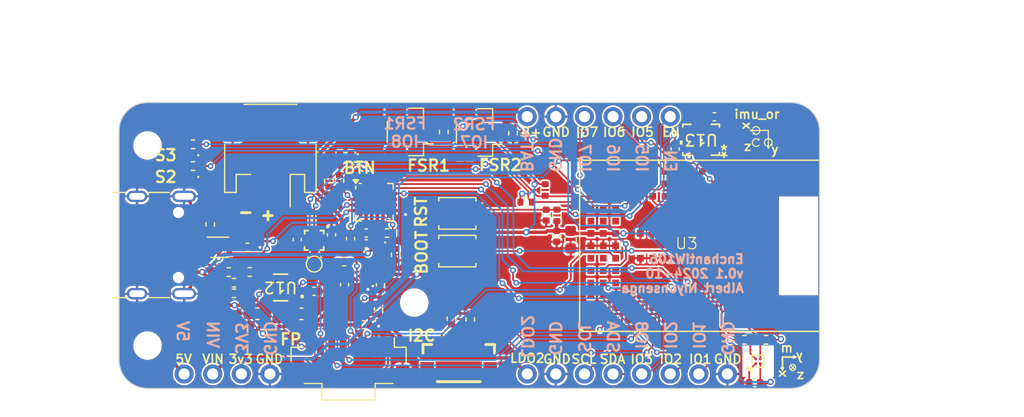
<source format=kicad_pcb>
(kicad_pcb (version 20240108) (generator "pcbnew") (generator_version "8.0")
  (title_block (title "EnchantiS3") (date "2024-02-09") (rev "v0.3"))
  (layers (0 "F.Cu" signal) (31 "B.Cu" signal) (34 "B.Paste" user) (35 "F.Paste" user) (36 "B.SilkS" user "B.Silkscreen") (37 "F.SilkS" user "F.Silkscreen") (38 "B.Mask" user) (39 "F.Mask" user) (44 "Edge.Cuts" user))
  (net 0 "")
  (net 1 "+BATT")
  (net 3 "/SCL2")
  (net 4 "+3V3")
  (net 5 "GND")
  (net 6 "/EN")
  (net 7 "VUSB")
  (net 8 "/SCL")
  (net 9 "/SDA")
  (net 10 "/FSR1")
  (net 11 "/IMU_INT2")
  (net 13 "/SDA2")
  (net 14 "/IMU_INT")
  (net 15 "/LED1")
  (net 16 "/LED2")
  (net 17 "Net-(J1-CC1)")
  (net 19 "Net-(J1-CC2)")
  (net 21 "/IO44")
  (net 22 "/BTN")
  (net 23 "/TXD")
  (net 24 "/RXD")
  (net 25 "/FSR2")
  (net 26 "/BLUELED")
  (net 27 "/ORANGELED")
  (net 28 "/IO29")
  (net 29 "/IO43")
  (net 30 "/SDA3")
  (net 31 "/IO11")
  (net 32 "/IO42")
  (net 33 "/USBD-")
  (net 34 "/USBD+")
  (net 35 "/REG")
  (net 36 "/SCLK")
  (net 37 "/CIPO")
  (net 38 "/COPI")
  (net 39 "/CS")
  (net 40 "/SCL3")
  (net 41 "SYS")
  (net 42 "/MAIN_LDO_EN")
  (net 44 "/IO12")
  (net 45 "/ISET")
  (net 46 "/STAT2")
  (net 47 "/VSET")
  (net 48 "/TMR")
  (net 49 "/D+")
  (net 50 "/D-")
  (net 51 "Net-(STATLED2-A)")
  (net 52 "Net-(STATLED1-A)")
  (net 53 "3V3_AUX")
  (net 54 "CHRG+")
  (net 55 "/STAT1")
  (net 56 "/LDO_EN")
  (net 62 "/BOOT")
  (net 75 "/RTS")
  (net 93 "/CTS")
  (net 98 "Net-(U3B-+3V3)")
  (net 131 "Net-(STATLED4-K)")
  (net 132 "Net-(STATLED3-K)")
  (net 133 "Net-(STATLED3-A)")
  (net 134 "Net-(STATLED4-A)")
  (net 135 "Net-(CHARGLED1-K)")
  (net 137 "VDD")
  (net 138 "/RST")
  (footprint "Resistor_SMD:R_0402_1005Metric" (layer "F.Cu") (at 128.882 57.11 180)
    (property "Reference" "R19" (hide yes))
    (property "Value" "2k2")
  )
  (footprint "Connector_JST:JST_PH_S2B-PH-SM4-TB_1x02-1MP_P2.00mm_Horizontal" (layer "F.Cu") (at 106.16 52.94 180)
    (property "Reference" "BT1" (hide yes))
    (property "Value" "JST-PH-1x02-2.000mm")
  )
  (footprint "Capacitor_SMD:C_0402_1005Metric" (layer "F.Cu") (at 145.6 49.53)
    (property "Reference" "C18" (hide yes))
    (property "Value" "0.1uF")
  )
  (footprint "Capacitor_SMD:C_0402_1005Metric" (layer "F.Cu") (at 111.59 60.01 90)
    (property "Reference" "C7" (hide yes))
    (property "Value" "0.1uF")
  )
  (footprint "TestPoint:TestPoint_Pad_D1.0mm" (layer "F.Cu") (at 110.05 62.61)
    (property "Reference" "TP1" (hide yes))
    (property "Value" "TestPoint")
  )
  (footprint "Capacitor_SMD:C_0402_1005Metric" (layer "F.Cu") (at 142.11 52.38 -90)
    (property "Reference" "C17" (hide yes))
    (property "Value" "1uF")
  )
  (footprint "Capacitor_SMD:C_0603_1608Metric" (layer "F.Cu") (at 108.92 67.03)
    (property "Reference" "C23" (hide yes))
    (property "Value" "10uF")
  )
  (footprint "Resistor_SMD:R_0402_1005Metric" (layer "F.Cu") (at 121.57 50.87 90)
    (property "Reference" "R1" (hide yes))
    (property "Value" "1k")
  )
  (footprint "Resistor_SMD:R_0402_1005Metric" (layer "F.Cu") (at 116.52 59.85 180)
    (property "Reference" "R18" (hide yes))
    (property "Value" "1k")
  )
  (footprint "Button_Switch_SMD:SW_SPST_B3U-1000P" (layer "F.Cu") (at 122.77 58.11 180)
    (property "Reference" "SW2" (hide yes))
    (property "Value" "B3U-1000P")
  )
  (footprint "LED_SMD:LED_0402_1005Metric" (layer "F.Cu") (at 98.665 52.94 180)
    (property "Reference" "STATLED2" (hide yes))
    (property "Value" "GENERAL STATUS")
  )
  (footprint "Package_TO_SOT_SMD:SOT-666" (layer "F.Cu") (at 101.66 61.12)
    (property "Reference" "U1" (hide yes))
    (property "Value" "USBLC6-2P6")
  )
  (footprint "ENCHANTI_MEMS:LGA14_2P5X3X0P91_TDK" (layer "F.Cu") (at 144.4222 51.570001 180)
    (property "Reference" "U13")
    (property "Value" "ICM-42670-P")
  )
  (footprint "Capacitor_SMD:C_0402_1005Metric" (layer "F.Cu") (at 108.55 60.42 -90)
    (property "Reference" "C8" (hide yes))
    (property "Value" "0.47uF")
  )
  (footprint "Resistor_SMD:R_0402_1005Metric" (layer "F.Cu") (at 148.28 69.34 180)
    (property "Reference" "R4" (hide yes))
    (property "Value" "2k2")
  )
  (footprint "LED_SMD:LED_0402_1005Metric" (layer "F.Cu") (at 116.36 61.78 -90)
    (property "Reference" "CHARGLED1" (hide yes))
    (property "Value" "S1")
  )
  (footprint "Resistor_SMD:R_0402_1005Metric" (layer "F.Cu") (at 127.72 50.99 90)
    (property "Reference" "R2" (hide yes))
    (property "Value" "1k")
  )
  (footprint "ENCHANTI_regulators:XDFN4_1X1_711AJ_ONS" (layer "F.Cu") (at 114.2536 63.67385 180)
    (property "Reference" "U4" (hide yes))
    (property "Value" "NCP167AMX330TBG")
  )
  (footprint "Package_DFN_QFN:SiliconLabs_QFN-20-1EP_3x3mm_P0.5mm_EP1.8x1.8mm" (layer "F.Cu") (at 115.41 57.11)
    (property "Reference" "U5" (hide yes))
    (property "Value" "CP2102N-Axx-xQFN20")
  )
  (footprint "Resistor_SMD:R_0402_1005Metric" (layer "F.Cu") (at 102.93 65.21 180)
    (property "Reference" "R15" (hide yes))
    (property "Value" "0.43k")
  )
  (footprint "Connector_Molex:Molex_Pico-Clasp_501331-0807_1x08-1MP_P1.00mm_Vertical" (layer "F.Cu") (at 113.11 71.26 180)
    (property "Reference" "FP2" (hide yes))
    (property "Value" "CONN HEADER SMD 6POS 1MM")
  )
  (footprint "Resistor_SMD:R_0402_1005Metric" (layer "F.Cu") (at 102.4636 63.3222 180)
    (property "Reference" "R6" (hide yes))
    (property "Value" "5k1")
  )
  (footprint "ENCHANTI_battery-management:MAX17262" (layer "F.Cu") (at 110.05 60.5 -90)
    (property "Reference" "U11" (hide yes))
    (property "Value" "MAX17262REWL+T")
  )
  (footprint "ENCHANTI_battery-management:WSON10_DLH_TEX" (layer "F.Cu") (at 107.0697 64.69 180)
    (property "Reference" "U12")
    (property "Value" "BQ25185DLHR")
  )
  (footprint "Resistor_SMD:R_0402_1005Metric" (layer "F.Cu") (at 150.19 69.34)
    (property "Reference" "R9" (hide yes))
    (property "Value" "2k2")
  )
  (footprint "Capacitor_SMD:C_0402_1005Metric" (layer "F.Cu") (at 149.18 73.14 180)
    (property "Reference" "C3" (hide yes))
    (property "Value" "220nF")
  )
  (footprint "ENCHANTI_regulators:XDFN4_1X1_711AJ_ONS" (layer "F.Cu") (at 114.4464 66.75385 180)
    (property "Reference" "U9" (hide yes))
    (property "Value" "NCP167AMX330TBG")
  )
  (footprint "Capacitor_SMD:C_0402_1005Metric" (layer "F.Cu") (at 114.45 68.01)
    (property "Reference" "C4" (hide yes))
    (property "Value" "1uF")
  )
  (footprint "Resistor_SMD:R_0402_1005Metric" (layer "F.Cu") (at 111.36 55.22 -90)
    (property "Reference" "R14" (hide yes))
    (property "Value" "1k")
  )
  (footprint "Resistor_SMD:R_0402_1005Metric" (layer "F.Cu") (at 123.92 67.51 90)
    (property "Reference" "R12" (hide yes))
    (property "Value" "2k2")
  )
  (footprint "Capacitor_SMD:C_0402_1005Metric" (layer "F.Cu") (at 114.68 59.85 180)
    (property "Reference" "C2" (hide yes))
    (property "Value" "0.1uF")
  )
  (footprint "Resistor_SMD:R_0402_1005Metric" (layer "F.Cu") (at 102.93 64.27 180)
    (property "Reference" "R11" (hide yes))
    (property "Value" "13k")
  )
  (footprint "Capacitor_SMD:C_0402_1005Metric" (layer "F.Cu") (at 131.59 60.15 -90)
    (property "Reference" "C19" (hide yes))
    (property "Value" "0.1uF")
  )
  (footprint "Resistor_SMD:R_0402_1005Metric" (layer "F.Cu") (at 112.3 55.22 -90)
    (property "Reference" "R16" (hide yes))
    (property "Value" "1k")
  )
  (footprint "Capacitor_SMD:C_0402_1005Metric" (layer "F.Cu") (at 130.66 58.26 -90)
    (property "Reference" "C9" (hide yes))
    (property "Value" "1uF")
  )
  (footprint "Button_Switch_SMD:SW_SPST_B3U-1000P" (layer "F.Cu") (at 122.77 61.46 180)
    (property "Reference" "SW1" (hide yes))
    (property "Value" "B3U-1000P")
  )
  (footprint "Resistor_SMD:R_0402_1005Metric" (layer "F.Cu") (at 122.25 67.46 90)
    (property "Reference" "R13" (hide yes))
    (property "Value" "2k2")
  )
  (footprint "Capacitor_SMD:C_0402_1005Metric" (layer "F.Cu") (at 110.04 65.03)
    (property "Reference" "C22" (hide yes))
    (property "Value" "1uF")
  )
  (footprint "Resistor_SMD:R_0402_1005Metric" (layer "F.Cu") (at 112.72 62.39 180)
    (property "Reference" "R17" (hide yes))
    (property "Value" "10k")
  )
  (footprint "Resistor_SMD:R_0402_1005Metric" (layer "F.Cu") (at 104.33 63.31)
    (property "Reference" "R21" (hide yes))
    (property "Value" "10k")
  )
  (footprint "MountingHole:MountingHole_2.2mm_M2" (layer "F.Cu") (at 95.25 69.85)
    (property "Reference" "H2" (hide yes))
    (property "Value" "MountingHole")
  )
  (footprint "Package_BGA:WLP-4_0.86x0.86mm_P0.4mm" (layer "F.Cu") (at 149.48 71.24 90)
    (property "Reference" "U2" (hide yes))
    (property "Value" "MMC5633NJL")
  )
  (footprint "Capacitor_SMD:C_0603_1608Metric" (layer "F.Cu") (at 132.83 60.44 -90)
    (property "Reference" "C13" (hide yes))
    (property "Value" "10uF")
  )
  (footprint "Capacitor_SMD:C_0402_1005Metric" (layer "F.Cu") (at 115.94 64.45 -90)
    (property "Reference" "C12" (hide yes))
    (property "Value" "1uF")
  )
  (footprint "Capacitor_SMD:C_0402_1005Metric" (layer "F.Cu") (at 112.75 64.43 -90)
    (property "Reference" "C11" (hide yes))
    (property "Value" "1uF")
  )
  (footprint "Resistor_SMD:R_0402_1005Metric" (layer "F.Cu") (at 117.3 61.78 -90)
    (property "Reference" "R3" (hide yes))
    (property "Value" "2k2")
  )
  (footprint "ENCHANTI_connectors:Molex_Pico-Clasp_2pin_Vertical" (layer "F.Cu") (at 124.646 50.919 90)
    (property "Reference" "ANG3" (hide yes))
    (property "Value" "CONN HEADER SMD 2POS 1MM")
  )
  (footprint "Resistor_SMD:R_0402_1005Metric" (layer "F.Cu") (at 131.61 58.29 -90)
    (property "Reference" "R5" (hide yes))
    (property "Value" "10k")
  )
  (footprint "MountingHole:MountingHole_2.2mm_M2" (layer "F.Cu") (at 95.25 52.07)
    (property "Reference" "H1" (hide yes))
    (property "Value" "MountingHole")
  )
  (footprint "LED_SMD:LED_0402_1005Metric" (layer "F.Cu") (at 112.83 52.86 180)
    (property "Reference" "STATLED4" (hide yes))
    (property "Value" "RX_STAT")
  )
  (footprint "Capacitor_SMD:C_0603_1608Metric" (layer "F.Cu") (at 105.01 67.02 180)
    (property "Reference" "C21" (hide yes))
    (property "Value" "10uF")
  )
  (footprint "ENCHANTI_WiFi:IRIS-W106" (layer "F.Cu") (at 143.13 61.28999)
    (property "Reference" "U3")
    (property "Value" "IRIS-W106-00B")
  )
  (footprint "LED_SMD:LED_0402_1005Metric" (layer "F.Cu") (at 112.83 53.8 180)
    (property "Reference" "STATLED3" (hide yes))
    (property "Value" "TX_STAT")
  )
  (footprint "Resistor_SMD:R_0402_1005Metric" (layer "F.Cu") (at 99.3 51.9748 180)
    (property "Reference" "R10" (hide yes))
    (property "Value" "1k")
  )
  (footprint "Capacitor_SMD:C_0402_1005Metric" (layer "F.Cu") (at 104.11 61.12)
    (property "Reference" "C15" (hide yes))
    (property "Value" "0.1uF")
  )
  (footprint "Connector_USB:USB_C_Receptacle_GCT_USB4105-xx-A_16P_TopMnt_Horizontal" (layer "F.Cu") (at 95.393 60.9191 -90)
    (property "Reference" "J1" (hide yes))
    (property "Value" "USB_C_Receptacle_USB2.0")
  )
  (footprint "Resistor_SMD:R_0402_1005Metric" (layer "F.Cu") (at 99.3 53.9052 180)
    (property "Reference" "R8" (hide yes))
    (property "Value" "1k")
  )
  (footprint "Capacitor_SMD:C_0402_1005Metric" (layer "F.Cu") (at 115.77 66.6 90)
    (property "Reference" "C5" (hide yes))
    (property "Value" "1uF")
  )
  (footprint "Resistor_SMD:R_0402_1005Metric" (layer "F.Cu") (at 130.568 56.027 90)
    (property "Reference" "R20" (hide yes))
    (property "Value" "2k2")
  )
  (footprint "ENCHANTI_enchanti-board-symbols:enchantiS3-layout" (layer "F.Cu") (at 134.06 49.515)
    (property "Reference" "BOARDLAYOUT1" (hide yes))
    (property "Value" "LAYOUT")
  )
  (footprint "LED_SMD:LED_0402_1005Metric" (layer "F.Cu") (at 98.665 54.8704 180)
    (property "Reference" "STATLED1" (hide yes))
    (property "Value" "WIFISTATUS")
  )
  (footprint "MountingHole:MountingHole_2.2mm_M2" (layer "F.Cu") (at 118.94 66.03)
    (property "Reference" "H3" (hide yes))
    (property "Value" "MountingHole")
  )
  (footprint "ENCHANTI_connectors:Molex_Pico-Clasp_2pin_Vertical" (layer "F.Cu") (at 118.5 50.875 90)
    (property "Reference" "ANG1" (hide yes))
    (property "Value" "CONN HEADER SMD 2POS 1MM")
  )
  (footprint "Resistor_SMD:R_0402_1005Metric" (layer "F.Cu") (at 100.82 59.09 -90)
    (property "Reference" "R7" (hide yes))
    (property "Value" "5k1")
  )
  (footprint "Capacitor_SMD:C_0402_1005Metric" (layer "F.Cu") (at 113.29 60.35 -90)
    (property "Reference" "C1" (hide yes))
    (property "Value" "0.1uF")
  )
  (footprint "ENCHANTI_connectors:JST_SMD_1.0mm-4_Vertical" (layer "F.Cu") (at 122.89 71.405 180)
    (property "Reference" "TOUCH1")
    (property "Value" "JST-SH-1x04 1.0mm")
  )
  (footprint "Capacitor_SMD:C_0402_1005Metric" (layer "F.Cu") (at 114.68 60.82 180)
    (property "Reference" "C6" (hide yes))
    (property "Value" "0.1uF")
  )
  (gr_line (start 152.74 71.96) (end 152.38 71.6) (stroke (width 0.1016)) (layer "F.SilkS"))
  (gr_line (start 150.39 52.32) (end 150.39 50.739999) (stroke (width 0.1016)) (layer "F.SilkS"))
  (gr_arc (start 149.040017 50.519999) (mid 149.636869 50.688778) (end 149.117163 51.027339) (stroke (width 0.1016)) (layer "F.SilkS"))
  (gr_poly (pts (xy 152.63 70.77) (xy 152.83 70.87) (xy 152.63 70.97)) (stroke (width 0.15)) (fill solid) (layer "F.SilkS"))
  (gr_line (start 151.65 71.87) (end 151.65 70.87) (stroke (width 0.15)) (layer "F.SilkS"))
  (gr_poly (pts (xy 149.574741 51.596436) (xy 149.531888 51.473776) (xy 149.471888 51.603776)) (stroke (width 0.1016)) (fill solid) (layer "F.SilkS"))
  (gr_poly (pts (xy 149.000016 50.839999) (xy 148.800016 50.739999) (xy 149.000016 50.639999)) (stroke (width 0.1016)) (fill solid) (layer "F.SilkS"))
  (gr_line (start 152.74 71.61) (end 152.36 72) (stroke (width 0.1016)) (layer "F.SilkS"))
  (gr_poly (pts (xy 151.74 71.82) (xy 151.64 72.02) (xy 151.54 71.82)) (stroke (width 0.15)) (fill solid) (layer "F.SilkS"))
  (gr_line (start 151.65 70.87) (end 152.65 70.87) (stroke (width 0.15)) (layer "F.SilkS"))
  (gr_poly (pts (xy 149.037163 50.967339) (xy 149.080016 51.089999) (xy 149.140016 50.959999)) (stroke (width 0.1016)) (fill solid) (layer "F.SilkS"))
  (gr_arc (start 150.17 52.079999) (mid 150.338799 51.483285) (end 150.67734 52.002853) (stroke (width 0.1016)) (layer "F.SilkS"))
  (gr_arc (start 149.571887 52.043776) (mid 148.975008 51.875) (end 149.494741 51.536436) (stroke (width 0.1016)) (layer "F.SilkS"))
  (gr_line (start 148.800016 50.739999) (end 150.39 50.739999) (stroke (width 0.1016)) (layer "F.SilkS"))
  (gr_poly (pts (xy 150.61734 52.082853) (xy 150.74 52.04) (xy 150.61 51.98)) (stroke (width 0.1016)) (fill solid) (layer "F.SilkS"))
  (gr_circle (center 152.55 71.79) (end 152.822029 71.79) (stroke (width 0.1016)) (fill none) (layer "F.SilkS"))
  (gr_poly (pts (xy 150.49 52.12) (xy 150.39 52.32) (xy 150.29 52.12)) (stroke (width 0.1016)) (fill solid) (layer "F.SilkS"))
  (gr_line (start 154.94 71.12) (end 154.94 50.8) (stroke (width 0.1)) (layer "Edge.Cuts"))
  (gr_arc (start 154.939999 71.120001) (mid 154.19605 72.916051) (end 152.4 73.66) (stroke (width 0.1)) (layer "Edge.Cuts"))
  (gr_line (start 152.4 48.26) (end 146.05 48.26) (stroke (width 0.1)) (layer "Edge.Cuts"))
  (gr_line (start 92.71 50.8) (end 92.71 71.12) (stroke (width 0.1)) (layer "Edge.Cuts"))
  (gr_line (start 95.25 73.66) (end 146.05 73.66) (stroke (width 0.1)) (layer "Edge.Cuts"))
  (gr_arc (start 152.4 48.26) (mid 154.196051 49.003949) (end 154.94 50.8) (stroke (width 0.1)) (layer "Edge.Cuts"))
  (gr_arc (start 95.25 73.66) (mid 93.453949 72.916051) (end 92.71 71.12) (stroke (width 0.1)) (layer "Edge.Cuts"))
  (gr_line (start 146.05 48.26) (end 95.25 48.26) (stroke (width 0.1)) (layer "Edge.Cuts"))
  (gr_line (start 152.4 73.66) (end 146.05 73.66) (stroke (width 0.1)) (layer "Edge.Cuts"))
  (gr_arc (start 92.71 50.8) (mid 93.453949 49.003949) (end 95.25 48.26) (stroke (width 0.1)) (layer "Edge.Cuts"))
  (gr_text "FSR1\nIO8" (at 118.11 52.324 0) (layer "B.SilkS") (effects (font (size 1 1) (thickness 0.2) (bold yes)) (justify bottom mirror)))
  (gr_text "EnchantiW106\nv0.1 2024-10\nAlbert Niyonsenga" (at 148.313 65.214 0) (layer "B.SilkS") (effects (font (size 0.8 0.8) (thickness 0.2) (bold yes)) (justify left bottom mirror)))
  (gr_text "FSR2\nIO7" (at 124.253 52.385 0) (layer "B.SilkS") (effects (font (size 1 1) (thickness 0.2) (bold yes)) (justify bottom mirror)))
  (gr_text "x" (at 152.02 72.76 90) (layer "F.SilkS") (effects (font (size 0.8 0.8) (thickness 0.15) (bold yes)) (justify left bottom)))
  (gr_text "IO7" (at 133.2 51.3588 0) (layer "F.SilkS") (effects (font (size 0.8 0.8) (thickness 0.15) (bold yes)) (justify left bottom)))
  (gr_text "RST" (at 120.13 57.99 90) (layer "F.SilkS") (effects (font (size 1 1) (thickness 0.2) (bold yes)) (justify bottom)))
  (gr_text "GND" (at 145.4658 71.5264 0) (layer "F.SilkS") (effects (font (size 0.8 0.8) (thickness 0.15) (bold yes)) (justify left bottom)))
  (gr_text "S3" (at 95.78 52.94 0) (layer "F.SilkS") (effects (font (size 1 1) (thickness 0.2) (bold yes)) (justify left)))
  (gr_text "x" (at 148.800016 50.739999 90) (layer "F.SilkS") (effects (font (size 0.8 0.8) (thickness 0.15) (bold yes)) (justify left bottom)))
  (gr_text "FSR2" (at 124.57 54.396 0) (layer "F.SilkS") (effects (font (size 1 1) (thickness 0.2) (bold yes)) (justify left bottom)))
  (gr_text "imu_or" (at 147.28 49.77 0) (layer "F.SilkS") (effects (font (size 0.8 0.8) (thickness 0.15) (bold yes)) (justify left bottom)))
  (gr_text "z" (at 148.975008 51.875 180) (layer "F.SilkS") (effects (font (size 0.8 0.8) (thickness 0.15) (bold yes)) (justify left bottom)))
  (gr_text "y" (at 150.575008 52.885 0) (layer "F.SilkS") (effects (font (size 0.8 0.8) (thickness 0.15) (bold yes)) (justify left bottom)))
  (gr_text "GND" (at 104.755953 71.525 0) (layer "F.SilkS") (effects (font (size 0.8 0.8) (thickness 0.15) (bold yes)) (justify left bottom)))
  (gr_text "3v3" (at 102.368333 71.525 0) (layer "F.SilkS") (effects (font (size 0.8 0.8) (thickness 0.15) (bold yes)) (justify left bottom)))
  (gr_text "BTN" (at 114.1 54.65 0) (layer "F.SilkS") (effects (font (size 1 1) (thickness 0.2) (bold yes)) (justify bottom)))
  (gr_text "EN" (at 140.8684 51.3588 0) (layer "F.SilkS") (effects (font (size 0.8 0.8) (thickness 0.15) (bold yes)) (justify left bottom)))
  (gr_text "BOOT" (at 120.18 61.58 90) (layer "F.SilkS") (effects (font (size 1 1) (thickness 0.2) (bold yes)) (justify bottom)))
  (gr_text "GND" (at 130.302 71.5264 0) (layer "F.SilkS") (effects (font (size 0.8 0.8) (thickness 0.15) (bold yes)) (justify left bottom)))
  (gr_text "B+" (at 128.35 51.37 0) (layer "F.SilkS") (effects (font (size 0.8 0.8) (thickness 0.15) (bold yes)) (justify left bottom)))
  (gr_text "LDO2" (at 127.36 71.44 0) (layer "F.SilkS") (effects (font (size 0.8 0.8) (thickness 0.15) (bold yes)) (justify left bottom)))
  (gr_text "FSR1" (at 118.2 54.45 0) (layer "F.SilkS") (effects (font (size 1 1) (thickness 0.2) (bold yes)) (justify left bottom)))
  (gr_text "z" (at 153.67 72.14 180) (layer "F.SilkS") (effects (font (size 0.8 0.8) (thickness 0.15) (bold yes)) (justify left bottom)))
  (gr_text "SCL" (at 132.810238 71.5264 0) (layer "F.SilkS") (effects (font (size 0.8 0.8) (thickness 0.15) (bold yes)) (justify left bottom)))
  (gr_text "IO1" (at 143.256 71.5264 0) (layer "F.SilkS") (effects (font (size 0.8 0.8) (thickness 0.15) (bold yes)) (justify left bottom)))
  (gr_text "SDA" (at 135.331191 71.5264 0) (layer "F.SilkS") (effects (font (size 0.8 0.8) (thickness 0.15) (bold yes)) (justify left bottom)))
  (gr_text "-" (at 103.19 58.56 0) (layer "F.SilkS") (effects (font (size 1 1) (thickness 0.25) (bold yes)) (justify left bottom)))
  (gr_text "+" (at 105.17 58.82 0) (layer "F.SilkS") (effects (font (size 1 1) (thickness 0.25) (bold yes)) (justify left bottom)))
  (gr_text "IO3" (at 138.06 71.54 0) (layer "F.SilkS") (effects (font (size 0.8 0.8) (thickness 0.15) (bold yes)) (justify left bottom)))
  (gr_text "FP" (at 107.98 69.89 0) (layer "F.SilkS") (effects (font (size 1 1) (thickness 0.2) (bold yes)) (justify bottom)))
  (gr_text "GND" (at 130.2258 51.3588 0) (layer "F.SilkS") (effects (font (size 0.8 0.8) (thickness 0.15) (bold yes)) (justify left bottom)))
  (gr_text "y" (at 153.55 71.16 0) (layer "F.SilkS") (effects (font (size 0.8 0.8) (thickness 0.15) (bold yes)) (justify left bottom mirror)))
  (gr_text "IO2" (at 140.6398 71.5264 0) (layer "F.SilkS") (effects (font (size 0.8 0.8) (thickness 0.15) (bold yes)) (justify left bottom)))
  (gr_text "VIN" (at 100.0252 71.5264 0) (layer "F.SilkS") (effects (font (size 0.8 0.8) (thickness 0.15) (bold yes)) (justify left bottom)))
  (gr_text "S2" (at 95.78 54.8704 0) (layer "F.SilkS") (effects (font (size 1 1) (thickness 0.2) (bold yes)) (justify left)))
  (gr_text "5V" (at 97.6376 71.5264 0) (layer "F.SilkS") (effects (font (size 0.8 0.8) (thickness 0.15) (bold yes)) (justify left bottom)))
  (gr_text "IO6" (at 135.6106 51.3588 0) (layer "F.SilkS") (effects (font (size 0.8 0.8) (thickness 0.15) (bold yes)) (justify left bottom)))
  (gr_text "m" (at 151.4 70.52 0) (layer "F.SilkS") (effects (font (size 0.8 0.8) (thickness 0.15) (bold yes)) (justify left bottom)))
  (gr_text "I2C" (at 119.59 69.55 0) (layer "F.SilkS") (effects (font (size 1 1) (thickness 0.2) (bold yes)) (justify bottom)))
  (gr_text "IO5" (at 138.1252 51.3588 0) (layer "F.SilkS") (effects (font (size 0.8 0.8) (thickness 0.15) (bold yes)) (justify left bottom)))
  (segment (start 110.46 60.49) (end 110.45 60.5) (width 0.3048) (layer "F.Cu") (net 1))
  (segment (start 110.84 60.49) (end 110.45 60.1) (width 0.1524) (layer "F.Cu") (net 1))
  (segment (start 112.49 58.48) (end 109.8 55.79) (width 0.3048) (layer "F.Cu") (net 1))
  (segment (start 110.39 55.2) (end 110.39 52.92) (width 0.3048) (layer "F.Cu") (net 1))
  (segment (start 109.8 55.79) (end 110.39 55.2) (width 0.3048) (layer "F.Cu") (net 1))
  (segment (start 111.59 60.49) (end 112.1 60.49) (width 0.3048) (layer "F.Cu") (net 1))
  (segment (start 110.39 52.92) (end 113.74 49.57) (width 0.3048) (layer "F.Cu") (net 1))
  (segment (start 111.59 60.49) (end 111.003 60.49) (width 0.3048) (layer "F.Cu") (net 1))
  (segment (start 112.49 60.1) (end 112.49 58.48) (width 0.3048) (layer "F.Cu") (net 1))
  (segment (start 111.003 60.49) (end 110.46 60.49) (width 0.3048) (layer "F.Cu") (net 1))
  (segment (start 109.8 55.79) (end 107.16 55.79) (width 0.3048) (layer "F.Cu") (net 1))
  (segment (start 111.003 60.49) (end 110.84 60.49) (width 0.1524) (layer "F.Cu") (net 1))
  (segment (start 112.1 60.49) (end 112.49 60.1) (width 0.3048) (layer "F.Cu") (net 1))
  (via (at 113.74 49.57) (size 0.5588) (drill 0.3048) (layers "F.Cu" "B.Cu") (net 1))
  (segment (start 114.2 49.11) (end 128.575 49.11) (width 0.3048) (layer "B.Cu") (net 1))
  (segment (start 113.74 49.57) (end 114.2 49.11) (width 0.3048) (layer "B.Cu") (net 1))
  (segment (start 128.575 49.11) (end 128.98 49.515) (width 0.3048) (layer "B.Cu") (net 1))
  (segment (start 146.73 66.48999) (end 146.2248 66.99519) (width 0.1524) (layer "F.Cu") (net 3))
  (segment (start 148.79 69.34) (end 148.79 70.55) (width 0.1524) (layer "F.Cu") (net 3))
  (segment (start 146.2248 68.09519) (end 146.91961 68.79) (width 0.1524) (layer "F.Cu") (net 3))
  (segment (start 148.79 70.55) (end 149.28 71.04) (width 0.1524) (layer "F.Cu") (net 3))
  (segment (start 146.91961 68.79) (end 148.24 68.79) (width 0.1524) (layer "F.Cu") (net 3))
  (segment (start 146.2248 66.99519) (end 146.2248 68.09519) (width 0.1524) (layer "F.Cu") (net 3))
  (segment (start 148.24 68.79) (end 148.79 69.34) (width 0.1524) (layer "F.Cu") (net 3))
  (segment (start 149.66 73.14) (end 150.53 73.14) (width 0.3048) (layer "F.Cu") (net 4))
  (segment (start 119.17 63.529999) (end 116.380001 63.529999) (width 0.3048) (layer "F.Cu") (net 4))
  (segment (start 143.2919 50.82) (end 143.2919 49.9281) (width 0.1524) (layer "F.Cu") (net 4))
  (segment (start 149.66 73.14) (end 149.68 73.12) (width 0.1524) (layer "F.Cu") (net 4))
  (segment (start 125.971 51.419) (end 129.503 54.951) (width 0.1524) (layer "F.Cu") (net 4))
  (segment (start 137.51001 59.88999) (end 137.52 59.88) (width 0.1524) (layer "F.Cu") (net 4))
  (segment (start 150.53 73.14) (end 150.59 73.08) (width 0.3048) (layer "F.Cu") (net 4))
  (segment (start 128.88 59.79) (end 130.64 59.79) (width 0.3048) (layer "F.Cu") (net 4))
  (segment (start 145.12 50.4832) (end 144.922199 50.681001) (width 0.1524) (layer "F.Cu") (net 4))
  (segment (start 150.7 69.34) (end 151.44 69.34) (width 0.1524) (layer "F.Cu") (net 4))
  (segment (start 115.95 62.675) (end 116.36 62.265) (width 0.3048) (layer "F.Cu") (net 4))
  (segment (start 116.380001 63.529999) (end 115.94 63.97) (width 0.3048) (layer "F.Cu") (net 4))
  (segment (start 129.63 55.078) (end 129.63 55.52) (width 0.1524) (layer "F.Cu") (net 4))
  (segment (start 130.568 55.517) (end 130.069 55.517) (width 0.1524) (layer "F.Cu") (net 4))
  (segment (start 131.59 59.67) (end 131.59 58.82) (width 0.3048) (layer "F.Cu") (net 4))
  (segment (start 129.503 54.951) (end 129.63 55.078) (width 0.1524) (layer "F.Cu") (net 4))
  (segment (start 149.68 73.12) (end 149.68 71.44) (width 0.1524) (layer "F.Cu") (net 4))
  (segment (start 142.045 51.175) (end 142.11 51.11) (width 0.1524) (layer "F.Cu") (net 4))
  (segment (start 130.069 55.517) (end 129.503 54.951) (width 0.1524) (layer "F.Cu") (net 4))
  (segment (start 143.2919 49.9281) (end 143.69 49.53) (width 0.1524) (layer "F.Cu") (net 4))
  (segment (start 151.44 69.34) (end 151.51 69.27) (width 0.1524) (layer "F.Cu") (net 4))
  (segment (start 142.11 51.9) (end 142.11 51.11) (width 0.1524) (layer "F.Cu") (net 4))
  (segment (start 130.765 59.665) (end 130.64 59.79) (width 0.3048) (layer "F.Cu") (net 4))
  (segment (start 147.77 69.34) (end 147.09 69.34) (width 0.1524) (layer "F.Cu") (net 4))
  (segment (start 143.69 49.53) (end 145.12 49.53) (width 0.1524) (layer "F.Cu") (net 4))
  (segment (start 128.372 56.505) (end 128.372 57.11) (width 0.1524) (layer "F.Cu") (net 4))
  (segment (start 115.94 63.97) (end 115.9123 63.9977) (width 0.254) (layer "F.Cu") (net 4))
  (segment (start 132.83 59.665) (end 130.765 59.665) (width 0.3048) (layer "F.Cu") (net 4))
  (segment (start 128.525 56.352) (end 128.372 56.505) (width 0.1524) (layer "F.Cu") (net 4))
  (segment (start 136.83 59.88999) (end 137.51001 59.88999) (width 0.1524) (layer "F.Cu") (net 4))
  (segment (start 131.59 58.82) (end 131.61 58.8) (width 0.3048) (layer "F.Cu") (net 4))
  (segment (start 147.09 69.34) (end 147 69.43) (width 0.1524) (layer "F.Cu") (net 4))
  (segment (start 122.2048 51.8552) (end 122.641 51.419) (width 0.1524) (layer "F.Cu") (net 4))
  (segment (start 115.9123 63.9977) (end 114.66 63.9977) (width 0.254) (layer "F.Cu") (net 4))
  (segment (start 120.745 63.485) (end 124.44 59.79) (width 0.3048) (layer "F.Cu") (net 4))
  (segment (start 142.11 51.11) (end 143.69 49.53) (width 0.1524) (layer "F.Cu") (net 4))
  (segment (start 136.83 59.88999) (end 135.73 59.88999) (width 0.3048) (layer "F.Cu") (net 4))
  (segment (start 145.12 49.53) (end 145.12 50.4832) (width 0.1524) (layer "F.Cu") (net 4))
  (segment (start 135.73 59.88999) (end 133.05499 59.88999) (width 0.3048) (layer "F.Cu") (net 4))
  (segment (start 120.3052 51.8552) (end 122.2048 51.8552) (width 0.1524) (layer "F.Cu") (net 4))
  (segment (start 133.05499 59.88999) (end 132.83 59.665) (width 0.3048) (layer "F.Cu") (net 4))
  (segment (start 124.44 59.79) (end 128.88 59.79) (width 0.3048) (layer "F.Cu") (net 4))
  (segment (start 120.745 63.485) (end 120.700001 63.529999) (width 0.3048) (layer "F.Cu") (net 4))
  (segment (start 131.595 59.665) (end 131.59 59.67) (width 0.3048) (layer "F.Cu") (net 4))
  (segment (start 132.83 59.665) (end 131.595 59.665) (width 0.3048) (layer "F.Cu") (net 4))
  (segment (start 119.825 51.375) (end 120.3052 51.8552) (width 0.1524) (layer "F.Cu") (net 4))
  (segment (start 115.95 63.96) (end 115.95 62.675) (width 0.3048) (layer "F.Cu") (net 4))
  (segment (start 115.95 63.96) (end 115.94 63.97) (width 0.3048) (layer "F.Cu") (net 4))
  (segment (start 122.641 51.419) (end 125.971 51.419) (width 0.1524) (layer "F.Cu") (net 4))
  (segment (start 120.700001 63.529999) (end 119.17 63.529999) (width 0.3048) (layer "F.Cu") (net 4))
  (segment (start 134.63 59.88999) (end 133.05499 59.88999) (width 0.3048) (layer "F.Cu") (net 4))
  (via (at 119.17 63.529999) (size 0.5588) (drill 0.3048) (layers "F.Cu" "B.Cu") (net 4))
  (via (at 128.525 56.352) (size 0.5588) (drill 0.3048) (layers "F.Cu" "B.Cu") (net 4))
  (via (at 137.52 59.88) (size 0.5588) (drill 0.3048) (layers "F.Cu" "B.Cu") (net 4))
  (via (at 150.59 73.08) (size 0.5588) (drill 0.3048) (layers "F.Cu" "B.Cu") (net 4))
  (via (at 129.63 55.52) (size 0.5588) (drill 0.3048) (layers "F.Cu" "B.Cu") (net 4))
  (via (at 147 69.43) (size 0.5588) (drill 0.3048) (layers "F.Cu" "B.Cu") (net 4))
  (via (at 128.88 59.79) (size 0.5588) (drill 0.3048) (layers "F.Cu" "B.Cu") (net 4))
  (via (at 151.51 69.27) (size 0.5588) (drill 0.3048) (layers "F.Cu" "B.Cu") (net 4))
  (via (at 142.045 51.175) (size 0.5588) (drill 0.3048) (layers "F.Cu" "B.Cu") (net 4))
  (segment (start 109.96 71.04) (end 111.28 69.72) (width 0.3048) (layer "B.Cu") (net 4))
  (segment (start 129.206 56.352) (end 129.63 55.928) (width 0.1524) (layer "B.Cu") (net 4))
  (segment (start 103.58 72.375) (end 103.58 71.44) (width 0.3048) (layer "B.Cu") (net 4))
  (segment (start 147 69.43) (end 147.85 70.28) (width 0.1524) (layer "B.Cu") (net 4))
  (segment (start 148.17 73.08) (end 150.59 73.08) (width 0.1524) (layer "B.Cu") (net 4))
  (segment (start 147.85 72.76) (end 148.17 73.08) (width 0.1524) (layer "B.Cu") (net 4))
  (segment (start 146.26 68.54) (end 146.26 68.69) (width 0.1524) (layer "B.Cu") (net 4))
  (segment (start 112.979999 69.72) (end 119.17 63.529999) (width 0.3048) (layer "B.Cu") (net 4))
  (segment (start 141.108801 52.111199) (end 141.108801 56.871199) (width 0.1524) (layer "B.Cu") (net 4))
  (segment (start 137.52 59.88) (end 138.1 59.88) (width 0.1524) (layer "B.Cu") (net 4))
  (segment (start 150.78 68.54) (end 151.51 69.27) (width 0.1524) (layer "B.Cu") (net 4))
  (segment (start 129.63 55.928) (end 129.63 55.52) (width 0.1524) (layer "B.Cu") (net 4))
  (segment (start 147.85 70.28) (end 147.85 72.76) (width 0.1524) (layer "B.Cu") (net 4))
  (segment (start 146.26 66.570593) (end 146.26 68.54) (width 0.1524) (layer "B.Cu") (net 4))
  (segment (start 128.525 56.352) (end 129.206 56.352) (width 0.1524) (layer "B.Cu") (net 4))
  (segment (start 146.26 68.54) (end 150.78 68.54) (width 0.1524) (layer "B.Cu") (net 4))
  (segment (start 103.98 71.04) (end 109.96 71.04) (width 0.3048) (layer "B.Cu") (net 4))
  (segment (start 111.28 69.72) (end 112.979999 69.72) (width 0.3048) (layer "B.Cu") (net 4))
  (segment (start 103.58 71.44) (end 103.98 71.04) (width 0.3048) (layer "B.Cu") (net 4))
  (segment (start 141.108801 56.871199) (end 138.1 59.88) (width 0.1524) (layer "B.Cu") (net 4))
  (segment (start 139.569407 59.88) (end 146.26 66.570593) (width 0.1524) (layer "B.Cu") (net 4))
  (segment (start 129.63 55.52) (end 129.63 59.04) (width 0.1524) (layer "B.Cu") (net 4))
  (segment (start 129.63 59.04) (end 128.88 59.79) (width 0.1524) (layer "B.Cu") (net 4))
  (segment (start 142.045 51.175) (end 141.108801 52.111199) (width 0.1524) (layer "B.Cu") (net 4))
  (segment (start 147 69.43) (end 146.26 68.69) (width 0.1524) (layer "B.Cu") (net 4))
  (segment (start 138.1 59.88) (end 139.569407 59.88) (width 0.1524) (layer "B.Cu") (net 4))
  (segment (start 107.0697 64.69) (end 107.0697 64.3703) (width 0.254) (layer "F.Cu") (net 5))
  (segment (start 142.016485 52.86) (end 142.11 52.86) (width 0.254) (layer "F.Cu") (net 5))
  (segment (start 113.86 56.86) (end 115.16 56.86) (width 0.254) (layer "F.Cu") (net 5))
  (segment (start 107.0697 64.3703) (end 107.5501 63.8899) (width 0.254) (layer "F.Cu") (net 5))
  (segment (start 107.5501 63.8899) (end 108.2 63.8899) (width 0.254) (layer "F.Cu") (net 5))
  (segment (start 107.46975 64.28995) (end 107.0697 64.69) (width 0.254) (layer "F.Cu") (net 5))
  (segment (start 116.96 57.86) (end 117.82 57.86) (width 0.254) (layer "F.Cu") (net 5))
  (segment (start 116.16 57.86) (end 115.41 57.11) (width 0.254) (layer "F.Cu") (net 5))
  (segment (start 99.073 64.6641) (end 98.498 65.2391) (width 0.254) (layer "F.Cu") (net 5))
  (segment (start 115.78 68.13) (end 115.58 68.33) (width 0.254) (layer "F.Cu") (net 5))
  (segment (start 100.82 58.58) (end 99.9591 57.7191) (width 0.254) (layer "F.Cu") (net 5))
  (segment (start 99.9591 57.7191) (end 99.073 57.7191) (width 0.254) (layer "F.Cu") (net 5))
  (segment (start 99.073 57.1741) (end 98.498 56.5991) (width 0.254) (layer "F.Cu") (net 5))
  (segment (start 148.7 73.14) (end 148.7 72.02) (width 0.1524) (layer "F.Cu") (net 5))
  (segment (start 99.073 64.1191) (end 99.073 64.6641) (width 0.254) (layer "F.Cu") (net 5))
  (segment (start 105.23 61.12) (end 104.59 61.12) (width 0.254) (layer "F.Cu") (net 5))
  (segment (start 115.58 68.33) (end 115.58 69.975) (width 0.254) (layer "F.Cu") (net 5))
  (segment (start 108.2 64.28995) (end 107.46975 64.28995) (width 0.254) (layer "F.Cu") (net 5))
  (segment (start 148.7 72.02) (end 149.28 71.44) (width 0.1524) (layer "F.Cu") (net 5))
  (segment (start 117.82 57.86) (end 118.17 58.21) (width 0.254) (layer "F.Cu") (net 5))
  (segment (start 99.073 57.7191) (end 99.073 57.1741) (width 0.254) (layer "F.Cu") (net 5))
  (segment (start 115.16 56.86) (end 115.41 57.11) (width 0.254) (layer "F.Cu") (net 5))
  (segment (start 116.96 57.86) (end 116.16 57.86) (width 0.254) (layer "F.Cu") (net 5))
  (via (at 144.44 51.59) (size 0.508) (drill 0.254) (layers "F.Cu" "B.Cu") (net 5))
  (via (at 105.23 61.12) (size 0.508) (drill 0.254) (layers "F.Cu" "B.Cu") (net 5))
  (via (at 115.78 68.13) (size 0.508) (drill 0.254) (layers "F.Cu" "B.Cu") (net 5))
  (via (at 114.83 64.86) (size 0.508) (drill 0.254) (layers "F.Cu" "B.Cu") (net 5))
  (via (at 118.17 58.21) (size 0.508) (drill 0.254) (layers "F.Cu" "B.Cu") (net 5))
  (segment (start 133.26 58.2) (end 132.97 58.2) (width 0.1524) (layer "F.Cu") (net 6))
  (segment (start 130.66 57.78) (end 124.87 57.78) (width 0.1524) (layer "F.Cu") (net 6))
  (segment (start 132.97 58.2) (end 132.55 57.78) (width 0.1524) (layer "F.Cu") (net 6))
  (segment (start 124.87 57.78) (end 124.47 58.18) (width 0.1524) (layer "F.Cu") (net 6))
  (segment (start 139.03 56.58999) (end 139.03 57.38) (width 0.1524) (layer "F.Cu") (net 6))
  (segment (start 139.03 57.38) (end 138.07 58.34) (width 0.1524) (layer "F.Cu") (net 6))
  (segment (start 132.55 57.78) (end 130.66 57.78) (width 0.1524) (layer "F.Cu") (net 6))
  (via (at 138.07 58.34) (size 0.508) (drill 0.254) (layers "F.Cu" "B.Cu") (net 6))
  (via (at 133.26 58.2) (size 0.508) (drill 0.254) (layers "F.Cu" "B.Cu") (net 6))
  (segment (start 138.07 58.34) (end 133.4 58.34) (width 0.1524) (layer "B.Cu") (net 6))
  (segment (start 141.68 49.515) (end 140.827401 50.367599) (width 0.1524) (layer "B.Cu") (net 6))
  (segment (start 133.4 58.34) (end 133.26 58.2) (width 0.1524) (layer "B.Cu") (net 6))
  (segment (start 140.827401 55.582599) (end 138.07 58.34) (width 0.1524) (layer "B.Cu") (net 6))
  (segment (start 140.827401 50.367599) (end 140.827401 55.582599) (width 0.1524) (layer "B.Cu") (net 6))
  (segment (start 102.98 66.2636) (end 101.5936 66.2636) (width 0.3048) (layer "F.Cu") (net 7))
  (segment (start 98.432662 58.51) (end 99.0639 58.51) (width 0.3048) (layer "F.Cu") (net 7))
  (segment (start 107.6564 70.94) (end 109.17 70.94) (width 0.1524) (layer "F.Cu") (net 7))
  (segment (start 115.16 60.82) (end 115.16 61.31) (width 0.3048) (layer "F.Cu") (net 7))
  (segment (start 110.3092 72.0792) (end 116.1708 72.0792) (width 0.1524) (layer "F.Cu") (net 7))
  (segment (start 100.59 63.8091) (end 100.59 65.6836) (width 0.3048) (layer "F.Cu") (net 7))
  (segment (start 101.57 61.5972) (end 102.0472 61.12) (width 0.3048) (layer "F.Cu") (net 7))
  (segment (start 97.42 62.3039) (end 97.42 59.23) (width 0.3048) (layer "F.Cu") (net 7))
  (segment (start 100.59 65.6836) (end 101.17 66.2636) (width 0.3048) (layer "F.Cu") (net 7))
  (segment (start 101.57 62.1) (end 101.57 61.5972) (width 0.3048) (layer "F.Cu") (net 7))
  (segment (start 114.66 59.35) (end 115.16 59.85) (width 0.3048) (layer "F.Cu") (net 7))
  (segment (start 105.0286 66.2636) (end 101.5936 66.2636) (width 0.3048) (layer "F.Cu") (net 7))
  (segment (start 116.1708 72.0792) (end 116.61 71.64) (width 0.1524) (layer "F.Cu") (net 7))
  (segment (start 100.1 63.3191) (end 100.59 63.8091) (width 0.3048) (layer "F.Cu") (net 7))
  (segment (start 103.63 61.12) (end 102.585 61.12) (width 0.3048) (layer "F.Cu") (net 7))
  (segment (start 101.17 66.2636) (end 101.5936 66.2636) (width 0.3048) (layer "F.Cu") (net 7))
  (segment (start 97.42 59.23) (end 97.9735 58.6765) (width 0.3048) (layer "F.Cu") (net 7))
  (segment (start 109.17 70.94) (end 110.3092 72.0792) (width 0.1524) (layer "F.Cu") (net 7))
  (segment (start 114.66 58.66) (end 114.66 59.35) (width 0.3048) (layer "F.Cu") (net 7))
  (segment (start 98.4352 63.3191) (end 97.42 62.3039) (width 0.3048) (layer "F.Cu") (net 7))
  (segment (start 97.1666 71.0416) (end 97.1666 62.5573) (width 0.3048) (layer "F.Cu") (net 7))
  (segment (start 105.785 67.02) (end 105.0286 66.2636) (width 0.3048) (layer "F.Cu") (net 7))
  (segment (start 97.1666 62.5573) (end 97.42 62.3039) (width 0.3048) (layer "F.Cu") (net 7))
  (segment (start 105.4932 68.7768) (end 107.6564 70.94) (width 0.1524) (layer "F.Cu") (net 7))
  (segment (start 116.61 71.64) (end 116.61 69.935) (width 0.1524) (layer "F.Cu") (net 7))
  (segment (start 98.5 72.375) (end 97.1666 71.0416) (width 0.3048) (layer "F.Cu") (net 7))
  (segment (start 97.9735 58.6765) (end 98.266162 58.6765) (width 0.3048) (layer "F.Cu") (net 7))
  (segment (start 115.16 61.31) (end 114.83 61.64) (width 0.3048) (layer "F.Cu") (net 7))
  (segment (start 99.0639 58.51) (end 99.073 58.5191) (width 0.3048) (layer "F.Cu") (net 7))
  (segment (start 102.0472 61.12) (end 102.585 61.12) (width 0.3048) (layer "F.Cu") (net 7))
  (segment (start 98.266162 58.6765) (end 98.432662 58.51) (width 0.3048) (layer "F.Cu") (net 7))
  (segment (start 100.1 63.3191) (end 98.4352 63.3191) (width 0.3048) (layer "F.Cu") (net 7))
  (segment (start 115.16 60.82) (end 115.16 58.66) (width 0.3048) (layer "F.Cu") (net 7))
  (via (at 102.98 66.2636) (size 0.5588) (drill 0.3048) (layers "F.Cu" "B.Cu") (net 7))
  (via (at 100.1 63.3191) (size 0.5588) (drill 0.3048) (layers "F.Cu" "B.Cu") (net 7))
  (via (at 114.83 61.64) (size 0.5588) (drill 0.3048) (layers "F.Cu" "B.Cu") (net 7))
  (via (at 105.4932 68.7768) (size 0.5588) (drill 0.3048) (layers "F.Cu" "B.Cu") (net 7))
  (via (at 101.57 62.1) (size 0.5588) (drill 0.3048) (layers "F.Cu" "B.Cu") (net 7))
  (segment (start 101.57 62.1) (end 100.3509 63.3191) (width 0.3048) (layer "B.Cu") (net 7))
  (segment (start 101.8946 61.7754) (end 101.57 62.1) (width 0.3048) (layer "B.Cu") (net 7))
  (segment (start 114.83 61.64) (end 114.6946 61.7754) (width 0.3048) (layer "B.Cu") (net 7))
  (segment (start 105.4932 68.7768) (end 102.98 66.2636) (width 0.1524) (layer "B.Cu") (net 7))
  (segment (start 114.6946 61.7754) (end 101.8946 61.7754) (width 0.3048) (layer "B.Cu") (net 7))
  (segment (start 100.3509 63.3191) (end 100.1 63.3191) (width 0.3048) (layer "B.Cu") (net 7))
  (segment (start 110.05 57.57) (end 110.2 57.42) (width 0.1524) (layer "F.Cu") (net 8))
  (segment (start 135.2248 57.09519) (end 135.73 56.58999) (width 0.1524) (layer "F.Cu") (net 8))
  (segment (start 129.37719 57.09519) (end 135.2248 57.09519) (width 0.1524) (layer "F.Cu") (net 8))
  (segment (start 110.05 60.1) (end 110.05 57.57) (width 0.1524) (layer "F.Cu") (net 8))
  (segment (start 127.09 54.18) (end 129.067 56.157) (width 0.1524) (layer "F.Cu") (net 8))
  (segment (start 124.4 54.18) (end 127.09 54.18) (width 0.1524) (layer "F.Cu") (net 8))
  (segment (start 129.067 56.157) (end 129.067 56.785) (width 0.1524) (layer "F.Cu") (net 8))
  (segment (start 129.067 56.785) (end 129.37719 57.09519) (width 0.1524) (layer "F.Cu") (net 8))
  (via (at 124.4 54.18) (size 0.508) (drill 0.254) (layers "F.Cu" "B.Cu") (net 8))
  (via (at 110.2 57.42) (size 0.508) (drill 0.254) (layers "F.Cu" "B.Cu") (net 8))
  (segment (start 110.2 57.02) (end 113.04 54.18) (width 0.1524) (layer "B.Cu") (net 8))
  (segment (start 113.04 54.18) (end 124.4 54.18) (width 0.1524) (layer "B.Cu") (net 8))
  (segment (start 110.2 57.42) (end 110.2 57.02) (width 0.1524) (layer "B.Cu") (net 8))
  (segment (start 109.72 56.83) (end 109.65 56.9) (width 0.1524) (layer "F.Cu") (net 9))
  (segment (start 127.02876 53.7208) (end 129.89795 56.58999) (width 0.1524) (layer "F.Cu") (net 9))
  (segment (start 134.63 56.58999) (end 129.89795 56.58999) (width 0.1524) (layer "F.Cu") (net 9))
  (segment (start 127.02876 53.7208) (end 125.26 53.7208) (width 0.1524) (layer "F.Cu") (net 9))
  (segment (start 109.65 56.9) (end 109.65 60.1) (width 0.1524) (layer "F.Cu") (net 9))
  (via (at 125.26 53.7208) (size 0.508) (drill 0.254) (layers "F.Cu" "B.Cu") (net 9))
  (via (at 109.72 56.83) (size 0.508) (drill 0.254) (layers "F.Cu" "B.Cu") (net 9))
  (segment (start 112.8392 53.7208) (end 125.26 53.7208) (width 0.1524) (layer "B.Cu") (net 9))
  (segment (start 110.17 56.39) (end 112.8392 53.7208) (width 0.1524) (layer "B.Cu") (net 9))
  (segment (start 109.72 56.83) (end 110.16 56.39) (width 0.1524) (layer "B.Cu") (net 9))
  (segment (start 110.16 56.39) (end 110.17 56.39) (width 0.1524) (layer "B.Cu") (net 9))
  (segment (start 140.13 55.48999) (end 139.62 54.97999) (width 0.1524) (layer "F.Cu") (net 10))
  (segment (start 121.57 50.364) (end 121.559 50.375) (width 0.1524) (layer "F.Cu") (net 10))
  (segment (start 137.1008 51.5108) (end 139.62 54.03) (width 0.1524) (layer "F.Cu") (net 10))
  (segment (start 123.264 50.364) (end 121.57 50.364) (width 0.1524) (layer "F.Cu") (net 10))
  (segment (start 121.559 50.375) (end 119.825 50.375) (width 0.1524) (layer "F.Cu") (net 10))
  (segment (start 137.1008 51.5108) (end 129.51 51.5108) (width 0.1524) (layer "F.Cu") (net 10))
  (segment (start 139.62 54.97999) (end 139.62 54.03) (width 0.1524) (layer "F.Cu") (net 10))
  (via (at 123.264 50.364) (size 0.508) (drill 0.254) (layers "F.Cu" "B.Cu") (net 10))
  (via (at 129.51 51.5108) (size 0.508) (drill 0.254) (layers "F.Cu" "B.Cu") (net 10))
  (segment (start 129.3208 51.5108) (end 127.68 49.87) (width 0.1524) (layer "B.Cu") (net 10))
  (segment (start 129.51 51.5108) (end 129.3208 51.5108) (width 0.1524) (layer "B.Cu") (net 10))
  (segment (start 123.758 49.87) (end 123.264 50.364) (width 0.1524) (layer "B.Cu") (net 10))
  (segment (start 127.68 49.87) (end 123.758 49.87) (width 0.1524) (layer "B.Cu") (net 10))
  (segment (start 149.68 71.04) (end 149.68 69.34) (width 0.1524) (layer "F.Cu") (net 13))
  (segment (start 148.43519 68.09519) (end 147.2352 68.09519) (width 0.1524) (layer "F.Cu") (net 13))
  (segment (start 147.2352 68.09519) (end 146.73 67.58999) (width 0.1524) (layer "F.Cu") (net 13))
  (segment (start 149.68 69.34) (end 148.43519 68.09519) (width 0.1524) (layer "F.Cu") (net 13))
  (segment (start 145.9716 50.82) (end 145.5525 50.82) (width 0.1524) (layer "F.Cu") (net 14))
  (segment (start 145.63 54.38999) (end 146.33 53.68999) (width 0.1524) (layer "F.Cu") (net 14))
  (segment (start 146.33 51.1784) (end 145.9716 50.82) (width 0.1524) (layer "F.Cu") (net 14))
  (segment (start 146.33 53.68999) (end 146.33 51.1784) (width 0.1524) (layer "F.Cu") (net 14))
  (segment (start 113.17 71.13) (end 112.61 70.57) (width 0.1524) (layer "F.Cu") (net 15))
  (segment (start 112.61 70.57) (end 112.61 69.935) (width 0.1524) (layer "F.Cu") (net 15))
  (segment (start 135.73 68.11) (end 135.42 68.42) (width 0.1524) (layer "F.Cu") (net 15))
  (segment (start 135.73 67.58999) (end 135.73 68.11) (width 0.1524) (layer "F.Cu") (net 15))
  (via (at 135.42 68.42) (size 0.508) (drill 0.254) (layers "F.Cu" "B.Cu") (net 15))
  (via (at 113.17 71.13) (size 0.508) (drill 0.254) (layers "F.Cu" "B.Cu") (net 15))
  (segment (start 113.17 71.13) (end 126.16 71.13) (width 0.1524) (layer "B.Cu") (net 15))
  (segment (start 128.62 68.67) (end 135.17 68.67) (width 0.1524) (layer "B.Cu") (net 15))
  (segment (start 135.17 68.67) (end 135.42 68.42) (width 0.1524) (layer "B.Cu") (net 15))
  (segment (start 126.16 71.13) (end 128.62 68.67) (width 0.1524) (layer "B.Cu") (net 15))
  (segment (start 139.03 67.58999) (end 139.03 68.44) (width 0.1524) (layer "F.Cu") (net 16))
  (segment (start 112.1 71.62) (end 111.61 71.13) (width 0.1524) (layer "F.Cu") (net 16))
  (segment (start 139.03 68.44) (end 138.21 69.26) (width 0.1524) (layer "F.Cu") (net 16))
  (segment (start 111.61 71.13) (end 111.61 69.935) (width 0.1524) (layer "F.Cu") (net 16))
  (via (at 112.1 71.62) (size 0.508) (drill 0.254) (layers "F.Cu" "B.Cu") (net 16))
  (via (at 138.21 69.26) (size 0.508) (drill 0.254) (layers "F.Cu" "B.Cu") (net 16))
  (segment (start 128.57 69.26) (end 138.21 69.26) (width 0.1524) (layer "B.Cu") (net 16))
  (segment (start 112.1 71.62) (end 126.21 71.62) (width 0.1524) (layer "B.Cu") (net 16))
  (segment (start 126.21 71.62) (end 128.57 69.26) (width 0.1524) (layer "B.Cu") (net 16))
  (segment (start 99.073 59.6691) (end 100.7509 59.6691) (width 0.1524) (layer "F.Cu") (net 17))
  (segment (start 100.7509 59.6691) (end 100.82 59.6) (width 0.1524) (layer "F.Cu") (net 17))
  (segment (start 101.3005 62.6691) (end 101.9536 63.3222) (width 0.1524) (layer "F.Cu") (net 19))
  (segment (start 99.073 62.6691) (end 101.3005 62.6691) (width 0.1524) (layer "F.Cu") (net 19))
  (segment (start 134.1248 55.99519) (end 133.66 55.53039) (width 0.1524) (layer "F.Cu") (net 21))
  (segment (start 133.66 55.53039) (end 133.66 54.72) (width 0.1524) (layer "F.Cu") (net 21))
  (segment (start 140.7248 55.99519) (end 134.1248 55.99519) (width 0.1524) (layer "F.Cu") (net 21))
  (segment (start 141.23 55.48999) (end 140.7248 55.99519) (width 0.1524) (layer "F.Cu") (net 21))
  (via (at 133.66 54.72) (size 0.508) (drill 0.254) (layers "F.Cu" "B.Cu") (net 21))
  (segment (start 133.66 51.05) (end 134.06 50.65) (width 0.1524) (layer "B.Cu") (net 21))
  (segment (start 133.66 54.72) (end 133.66 51.05) (width 0.1524) (layer "B.Cu") (net 21))
  (segment (start 134.06 50.65) (end 134.06 49.515) (width 0.1524) (layer "B.Cu") (net 21))
  (segment (start 132.85 63.95959) (end 132.85 62.6) (width 0.1524) (layer "F.Cu") (net 22))
  (segment (start 114.61 68.95) (end 114.77 68.79) (width 0.1524) (layer "F.Cu") (net 22))
  (segment (start 133.86521 61.58479) (end 136.3248 61.58479) (width 0.1524) (layer "F.Cu") (net 22))
  (segment (start 131.89959 64.91) (end 132.85 63.95959) (width 0.1524) (layer "F.Cu") (net 22))
  (segment (start 136.3248 61.58479) (end 136.83 62.08999) (width 0.1524) (layer "F.Cu") (net 22))
  (segment (start 132.85 62.6) (end 133.86521 61.58479) (width 0.1524) (layer "F.Cu") (net 22))
  (segment (start 131.88 64.91) (end 131.89959 64.91) (width 0.1524) (layer "F.Cu") (net 22))
  (segment (start 114.61 69.935) (end 114.61 68.95) (width 0.1524) (layer "F.Cu") (net 22))
  (via (at 114.77 68.79) (size 0.508) (drill 0.254) (layers "F.Cu" "B.Cu") (net 22))
  (via (at 131.88 64.91) (size 0.508) (drill 0.254) (layers "F.Cu" "B.Cu") (net 22))
  (segment (start 131.88 64.91) (end 125.33 64.91) (width 0.1524) (layer "B.Cu") (net 22))
  (segment (start 121.45 68.79) (end 114.77 68.79) (width 0.1524) (layer "B.Cu") (net 22))
  (segment (start 125.33 64.91) (end 121.45 68.79) (width 0.1524) (layer "B.Cu") (net 22))
  (segment (start 143.22 64.18) (end 144.02478 64.98478) (width 0.1524) (layer "F.Cu") (net 23))
  (segment (start 144.02478 67.08477) (end 144.53 67.58999) (width 0.1524) (layer "F.Cu") (net 23))
  (segment (start 125.3048 55.5048) (end 116.2152 55.5048) (width 0.1524) (layer "F.Cu") (net 23))
  (segment (start 116.2152 55.5048) (end 116.16 55.56) (width 0.1524) (layer "F.Cu") (net 23))
  (segment (start 144.02478 64.98478) (end 144.02478 67.08477) (width 0.1524) (layer "F.Cu") (net 23))
  (via (at 125.3048 55.5048) (size 0.508) (drill 0.254) (layers "F.Cu" "B.Cu") (net 23))
  (via (at 143.22 64.18) (size 0.508) (drill 0.254) (layers "F.Cu" "B.Cu") (net 23))
  (segment (start 142.94 63.9) (end 143.22 64.18) (width 0.1524) (layer "B.Cu") (net 23))
  (segment (start 127.24 57.44) (end 127.24 61.9) (width 0.1524) (layer "B.Cu") (net 23))
  (segment (start 127.24 61.9) (end 128.6008 63.2608) (width 0.1524) (layer "B.Cu") (net 23))
  (segment (start 137.921393 63.2608) (end 138.560593 63.9) (width 0.1524) (layer "B.Cu") (net 23))
  (segment (start 128.6008 63.2608) (end 137.921393 63.2608) (width 0.1524) (layer "B.Cu") (net 23))
  (segment (start 138.560593 63.9) (end 142.94 63.9) (width 0.1524) (layer "B.Cu") (net 23))
  (segment (start 125.3048 55.5048) (end 127.24 57.44) (width 0.1524) (layer "B.Cu") (net 23))
  (segment (start 126.263 55.3692) (end 125.6838 54.79) (width 0.1524) (layer "F.Cu") (net 24))
  (segment (start 142.92478 64.97439) (end 140.92039 62.97) (width 0.1524) (layer "F.Cu") (net 24))
  (segment (start 142.9776 66.48999) (end 142.92478 66.43717) (width 0.1524) (layer "F.Cu") (net 24))
  (segment (start 140.92039 62.97) (end 138.28 62.97) (width 0.1524) (layer "F.Cu") (net 24))
  (segment (start 143.43 66.48999) (end 142.9776 66.48999) (width 0.1524) (layer "F.Cu") (net 24))
  (segment (start 115.9952 54.79) (end 115.66 55.1252) (width 0.1524) (layer "F.Cu") (net 24))
  (segment (start 142.92478 66.43717) (end 142.92478 64.97439) (width 0.1524) (layer "F.Cu") (net 24))
  (segment (start 125.6838 54.79) (end 115.9952 54.79) (width 0.1524) (layer "F.Cu") (net 24))
  (segment (start 115.66 55.1252) (end 115.66 55.56) (width 0.1524) (layer "F.Cu") (net 24))
  (via (at 126.263 55.3692) (size 0.508) (drill 0.254) (layers "F.Cu" "B.Cu") (net 24))
  (via (at 138.28 62.97) (size 0.508) (drill 0.254) (layers "F.Cu" "B.Cu") (net 24))
  (segment (start 129.190593 62.97) (end 138.28 62.97) (width 0.1524) (layer "B.Cu") (net 24))
  (segment (start 127.75 61.529407) (end 129.190593 62.97) (width 0.1524) (layer "B.Cu") (net 24))
  (segment (start 126.263 55.3692) (end 127.75 56.8562) (width 0.1524) (layer "B.Cu") (net 24))
  (segment (start 127.75 56.8562) (end 127.75 61.529407) (width 0.1524) (layer "B.Cu") (net 24))
  (segment (start 128.112 50.82) (end 137.64 50.82) (width 0.1524) (layer "F.Cu") (net 25))
  (segment (start 127.711 50.419) (end 128.112 50.82) (width 0.1524) (layer "F.Cu") (net 25))
  (segment (start 125.971 50.419) (end 127.711 50.419) (width 0.1524) (layer "F.Cu") (net 25))
  (segment (start 137.64 50.82) (end 141.20999 54.38999) (width 0.1524) (layer "F.Cu") (net 25))
  (segment (start 141.20999 54.38999) (end 141.23 54.38999) (width 0.1524) (layer "F.Cu") (net 25))
  (segment (start 137.93001 57.14999) (end 137.64 57.44) (width 0.1524) (layer "F.Cu") (net 26))
  (segment (start 133.465101 55.984899) (end 133.465101 55.975101) (width 0.1524) (layer "F.Cu") (net 26))
  (segment (start 100.84 53.91) (end 99.8148 53.91) (width 0.1524) (layer "F.Cu") (net 26))
  (segment (start 137.93001 56.58999) (end 137.93001 57.14999) (width 0.1524) (layer "F.Cu") (net 26))
  (segment (start 130.04 52.55) (end 129.92 52.55) (width 0.1524) (layer "F.Cu") (net 26))
  (segment (start 133.465101 55.975101) (end 130.04 52.55) (width 0.1524) (layer "F.Cu") (net 26))
  (segment (start 99.8148 53.91) (end 99.81 53.9052) (width 0.1524) (layer "F.Cu") (net 26))
  (via (at 129.92 52.55) (size 0.508) (drill 0.254) (layers "F.Cu" "B.Cu") (net 26))
  (via (at 137.64 57.44) (size 0.508) (drill 0.254) (layers "F.Cu" "B.Cu") (net 26))
  (via (at 100.84 53.91) (size 0.508) (drill 0.254) (layers "F.Cu" "B.Cu") (net 26))
  (via (at 133.465101 55.984899) (size 0.508) (drill 0.254) (layers "F.Cu" "B.Cu") (net 26))
  (segment (start 102.2 52.55) (end 100.84 53.91) (width 0.1524) (layer "B.Cu") (net 26))
  (segment (start 129.92 52.55) (end 102.2 52.55) (width 0.1524) (layer "B.Cu") (net 26))
  (segment (start 133.474899 55.984899) (end 134.93 57.44) (width 0.1524) (layer "B.Cu") (net 26))
  (segment (start 134.93 57.44) (end 137.64 57.44) (width 0.1524) (layer "B.Cu") (net 26))
  (segment (start 133.465101 55.984899) (end 133.474899 55.984899) (width 0.1524) (layer "B.Cu") (net 26))
  (segment (start 100.4652 51.9748) (end 100.47 51.97) (width 0.1524) (layer "F.Cu") (net 27))
  (segment (start 99.81 51.9748) (end 100.4652 51.9748) (width 0.1524) (layer "F.Cu") (net 27))
  (segment (start 137.74 62.19039) (end 137.74 60.83) (width 0.1524) (layer "F.Cu") (net 27))
  (segment (start 135.73 63.18999) (end 136.2352 62.68479) (width 0.1524) (layer "F.Cu") (net 27))
  (segment (start 136.2352 62.68479) (end 137.2456 62.68479) (width 0.1524) (layer "F.Cu") (net 27))
  (segment (start 137.2456 62.68479) (end 137.74 62.19039) (width 0.1524) (layer "F.Cu") (net 27))
  (via (at 100.47 51.97) (size 0.508) (drill 0.254) (layers "F.Cu" "B.Cu") (net 27))
  (via (at 137.74 60.83) (size 0.508) (drill 0.254) (layers "F.Cu" "B.Cu") (net 27))
  (segment (start 130.959407 51.97) (end 100.47 51.97) (width 0.1524) (layer "B.Cu") (net 27))
  (segment (start 133.610593 59.2) (end 132.62 58.209407) (width 0.1524) (layer "B.Cu") (net 27))
  (segment (start 137.74 60.83) (end 136.11 59.2) (width 0.1524) (layer "B.Cu") (net 27))
  (segment (start 132.62 53.630593) (end 130.959407 51.97) (width 0.1524) (layer "B.Cu") (net 27))
  (segment (start 136.11 59.2) (end 133.610593 59.2) (width 0.1524) (layer "B.Cu") (net 27))
  (segment (start 132.62 58.209407) (end 132.62 53.630593) (width 0.1524) (layer "B.Cu") (net 27))
  (segment (start 136.175863 64.735851) (end 136.175861 64.735851) (width 0.1524) (layer "F.Cu") (net 28))
  (segment (start 136.175861 64.735851) (end 135.73 64.28999) (width 0.1524) (layer "F.Cu") (net 28))
  (via (at 136.175863 64.735851) (size 0.508) (drill 0.254) (layers "F.Cu" "B.Cu") (net 28))
  (segment (start 137.905851 64.735851) (end 141.09 67.92) (width 0.1524) (layer "B.Cu") (net 28))
  (segment (start 141.09 70.99) (end 139.705 72.375) (width 0.1524) (layer "B.Cu") (net 28))
  (segment (start 139.705 72.375) (end 139.14 72.375) (width 0.1524) (layer "B.Cu") (net 28))
  (segment (start 136.175863 64.735851) (end 137.905851 64.735851) (width 0.1524) (layer "B.Cu") (net 28))
  (segment (start 141.09 67.92) (end 141.09 70.99) (width 0.1524) (layer "B.Cu") (net 28))
  (segment (start 139.979704 51.830296) (end 140.150296 51.830296) (width 0.1524) (layer "F.Cu") (net 29))
  (segment (start 140.150296 51.830296) (end 142.33 54.01) (width 0.1524) (layer "F.Cu") (net 29))
  (segment (start 142.33 54.01) (end 142.33 54.38999) (width 0.1524) (layer "F.Cu") (net 29))
  (via (at 139.979704 51.830296) (size 0.508) (drill 0.254) (layers "F.Cu" "B.Cu") (net 29))
  (segment (start 139.979704 51.830296) (end 138.915296 51.830296) (width 0.1524) (layer "B.Cu") (net 29))
  (segment (start 138.915296 51.830296) (end 136.6 49.515) (width 0.1524) (layer "B.Cu") (net 29))
  (segment (start 140.13 69.892721) (end 140.13 67.58999) (width 0.1524) (layer "F.Cu") (net 30))
  (segment (start 122.39 69.894) (end 122.39 69.419) (width 0.1524) (layer "F.Cu") (net 30))
  (segment (start 128.4 70.48) (end 125.94 68.02) (width 0.1524) (layer "F.Cu") (net 30))
  (segment (start 125.94 68.02) (end 123.92 68.02) (width 0.1524) (layer "F.Cu") (net 30))
  (segment (start 122.39 69.419) (end 123.789 68.02) (width 0.1524) (layer "F.Cu") (net 30))
  (segment (start 139.59636 70.426361) (end 137.647721 72.375) (width 0.1524) (layer "F.Cu") (net 30))
  (segment (start 123.789 68.02) (end 123.92 68.02) (width 0.1524) (layer "F.Cu") (net 30))
  (segment (start 134.65 70.48) (end 128.4 70.48) (width 0.1524) (layer "F.Cu") (net 30))
  (segment (start 137.647721 72.375) (end 136.6 72.375) (width 0.1524) (layer "F.Cu") (net 30))
  (segment (start 139.59636 70.426361) (end 140.13 69.892721) (width 0.1524) (layer "F.Cu") (net 30))
  (via (at 139.59636 70.426361) (size 0.508) (drill 0.254) (layers "F.Cu" "B.Cu") (net 30))
  (via (at 134.65 70.48) (size 0.508) (drill 0.254) (layers "F.Cu" "B.Cu") (net 30))
  (segment (start 139.59636 70.426361) (end 139.542721 70.48) (width 0.1524) (layer "B.Cu") (net 30))
  (segment (start 139.542721 70.48) (end 134.65 70.48) (width 0.1524) (layer "B.Cu") (net 30))
  (segment (start 144.22 72.375) (end 145.63 70.965) (width 0.1524) (layer "F.Cu") (net 31))
  (segment (start 145.63 70.965) (end 145.63 67.58999) (width 0.1524) (layer "F.Cu") (net 31))
  (segment (start 139.14 49.515) (end 139.14 51.64) (width 0.1524) (layer "F.Cu") (net 32))
  (segment (start 141.65041 53.8) (end 141.8248 53.97439) (width 0.1524) (layer "F.Cu") (net 32))
  (segment (start 141.3 53.8) (end 141.65041 53.8) (width 0.1524) (layer "F.Cu") (net 32))
  (segment (start 139.14 51.64) (end 141.3 53.8) (width 0.1524) (layer "F.Cu") (net 32))
  (segment (start 141.8248 53.97439) (end 141.8248 54.98479) (width 0.1524) (layer "F.Cu") (net 32))
  (segment (start 141.8248 54.98479) (end 142.33 55.48999) (width 0.1524) (layer "F.Cu") (net 32))
  (segment (start 106.39 60.581) (end 102.5115 60.581) (width 0.2) (layer "F.Cu") (net 33))
  (segment (start 113.86 57.86) (end 113.06 57.86) (width 0.2) (layer "F.Cu") (net 33))
  (segment (start 102.5115 60.581) (end 102.51 60.5825) (width 0.2) (layer "F.Cu") (net 33))
  (segment (start 113.06 57.86) (end 112.9 58.02) (width 0.2) (layer "F.Cu") (net 33))
  (via (at 112.9 58.02) (size 0.508) (drill 0.254) (layers "F.Cu" "B.Cu") (net 33))
  (via (at 106.39 60.581) (size 0.508) (drill 0.254) (layers "F.Cu" "B.Cu") (net 33))
  (segment (start 111.98 58.94) (end 112.9 58.02) (width 0.2) (layer "B.Cu") (net 33))
  (segment (start 108.031 58.94) (end 111.98 58.94) (width 0.2) (layer "B.Cu") (net 33))
  (segment (start 106.39 60.581) (end 108.031 58.94) (width 0.2) (layer "B.Cu") (net 33))
  (segment (start 105.461 61.659) (end 102.5115 61.659) (width 0.2) (layer "F.Cu") (net 34))
  (segment (start 112.95 57.36) (end 113.86 57.36) (width 0.2) (layer "F.Cu") (net 34))
  (segment (start 105.88 61.24) (end 105.461 61.659) (width 0.2) (layer "F.Cu") (net 34))
  (segment (start 102.5115 61.659) (end 102.51 61.6575) (width 0.2) (layer "F.Cu") (net 34))
  (via (at 112.95 57.36) (size 0.508) (drill 0.254) (layers "F.Cu" "B.Cu") (net 34))
  (via (at 105.88 61.24) (size 0.508) (drill 0.254) (layers "F.Cu" "B.Cu") (net 34))
  (segment (start 112.876934 57.36) (end 112.95 57.36) (width 0.2) (layer "B.Cu") (net 34))
  (segment (start 105.88 60.0018) (end 107.3718 58.51) (width 0.2) (layer "B.Cu") (net 34))
  (segment (start 107.3718 58.51) (end 111.726934 58.51) (width 0.2) (layer "B.Cu") (net 34))
  (segment (start 111.726934 58.51) (end 112.876934 57.36) (width 0.2) (layer "B.Cu") (net 34))
  (segment (start 105.88 61.24) (end 105.88 60.0018) (width 0.2) (layer "B.Cu") (net 34))
  (segment (start 108.55 59.94) (end 109.11 60.5) (width 0.1524) (layer "F.Cu") (net 35))
  (segment (start 109.11 60.5) (end 109.65 60.5) (width 0.1524) (layer "F.Cu") (net 35))
  (segment (start 143.43 55.48999) (end 142.9248 54.98479) (width 0.1524) (layer "F.Cu") (net 36))
  (segment (start 142.9248 54.98479) (end 142.9248 53.996101) (width 0.1524) (layer "F.Cu") (net 36))
  (segment (start 143.270901 53.65) (end 143.662741 53.65) (width 0.1524) (layer "F.Cu") (net 36))
  (segment (start 142.9248 53.996101) (end 143.270901 53.65) (width 0.1524) (layer "F.Cu") (net 36))
  (segment (start 144.4222 52.890541) (end 144.4222 52.459001) (width 0.1524) (layer "F.Cu") (net 36))
  (segment (start 143.662741 53.65) (end 144.4222 52.890541) (width 0.1524) (layer "F.Cu") (net 36))
  (segment (start 144.53 54.38999) (end 145.5525 53.36749) (width 0.1524) (layer "F.Cu") (net 37))
  (segment (start 145.5525 53.36749) (end 145.5525 52.320002) (width 0.1524) (layer "F.Cu") (net 37))
  (segment (start 144.922199 53.007801) (end 144.922199 52.459001) (width 0.1524) (layer "F.Cu") (net 38))
  (segment (start 144.53 55.48999) (end 144.0248 54.98479) (width 0.1524) (layer "F.Cu") (net 38))
  (segment (start 144.0248 54.98479) (end 144.0248 53.9052) (width 0.1524) (layer "F.Cu") (net 38))
  (segment (start 144.0248 53.9052) (end 144.922199 53.007801) (width 0.1524) (layer "F.Cu") (net 38))
  (segment (start 143.36 53.021202) (end 143.922201 52.459001) (width 0.1524) (layer "F.Cu") (net 39))
  (segment (start 145.63 55.489989) (end 145.63 55.48999) (width 0.1524) (layer "F.Cu") (net 39))
  (segment (start 145.184139 55.044128) (end 145.63 55.489989) (width 0.1524) (layer "F.Cu") (net 39))
  (segment (start 143.36 53.11) (end 143.36 53.021202) (width 0.1524) (layer "F.Cu") (net 39))
  (via (at 145.184139 55.044128) (size 0.508) (drill 0.254) (layers "F.Cu" "B.Cu") (net 39))
  (via (at 143.36 53.11) (size 0.508) (drill 0.254) (layers "F.Cu" "B.Cu") (net 39))
  (segment (start 143.75 53.609989) (end 143.75 53.5) (width 0.1524) (layer "B.Cu") (net 39))
  (segment (start 143.75 53.5) (end 143.36 53.11) (width 0.1524) (layer "B.Cu") (net 39))
  (segment (start 145.184139 55.044128) (end 143.75 53.609989) (width 0.1524) (layer "B.Cu") (net 39))
  (segment (start 122.25 67.865144) (end 122.615144 67.5) (width 0.1524) (layer "F.Cu") (net 40))
  (segment (start 139.6248 67.08479) (end 139.6248 69.57316) (width 0.1524) (layer "F.Cu") (net 40))
  (segment (start 126.76 67.5) (end 129.22 69.96) (width 0.1524) (layer "F.Cu") (net 40))
  (segment (start 121.39 69.894) (end 121.39 68.83) (width 0.1524) (layer "F.Cu") (net 40))
  (segment (start 139.03 66.48999) (end 139.6248 67.08479) (width 0.1524) (layer "F.Cu") (net 40))
  (segment (start 121.39 68.83) (end 122.25 67.97) (width 0.1524) (layer "F.Cu") (net 40))
  (segment (start 122.25 67.97) (end 122.25 67.865144) (width 0.1524) (layer "F.Cu") (net 40))
  (segment (start 139.6248 69.57316) (end 139.23796 69.96) (width 0.1524) (layer "F.Cu") (net 40))
  (segment (start 139.23796 69.96) (end 136.475 69.96) (width 0.1524) (layer "F.Cu") (net 40))
  (segment (start 122.615144 67.5) (end 126.76 67.5) (width 0.1524) (layer "F.Cu") (net 40))
  (segment (start 129.22 69.96) (end 136.475 69.96) (width 0.1524) (layer "F.Cu") (net 40))
  (segment (start 136.475 69.96) (end 134.06 72.375) (width 0.1524) (layer "F.Cu") (net 40))
  (segment (start 108.42 68.16) (end 108.64 68.16) (width 0.3048) (layer "F.Cu") (net 41))
  (segment (start 112.75 63.95) (end 112.21 63.95) (width 0.3048) (layer "F.Cu") (net 41))
  (segment (start 112.75 63.3) (end 112.77 63.28) (width 0.3048) (layer "F.Cu") (net 41))
  (segment (start 111.59 64.57) (end 111.59 66.44) (width 0.3048) (layer "F.Cu") (net 41))
  (segment (start 112.21 62.72) (end 112.77 63.28) (width 0.3048) (layer "F.Cu") (net 41))
  (segment (start 112.21 62.39) (end 112.21 62.72) (width 0.3048) (layer "F.Cu") (net 41))
  (segment (start 108.79 68.01) (end 110.02 68.01) (width 0.3048) (layer "F.Cu") (net 41))
  (segment (start 108.64 68.16) (end 108.79 68.01) (width 0.3048) (layer "F.Cu") (net 41))
  (segment (start 108.145 67.03) (end 108.145 67.885) (width 0.3048) (layer "F.Cu") (net 41))
  (segment (start 112.75 63.95) (end 112.75 63.3) (width 0.3048) (layer "F.Cu") (net 41))
  (segment (start 101.04 72.375) (end 105.255 68.16) (width 0.3048) (layer "F.Cu") (net 41))
  (segment (start 111.59 66.44) (end 110.02 68.01) (width 0.3048) (layer "F.Cu") (net 41))
  (segment (start 112.21 63.95) (end 111.59 64.57) (width 0.3048) (layer "F.Cu") (net 41))
  (segment (start 110.02 68.01) (end 113.97 68.01) (width 0.3048) (layer "F.Cu") (net 41))
  (segment (start 112.75 63.95) (end 113.77258 63.95) (width 0.3048) (layer "F.Cu") (net 41))
  (segment (start 108.145 67.885) (end 108.42 68.16) (width 0.3048) (layer "F.Cu") (net 41))
  (segment (start 105.255 68.16) (end 108.42 68.16) (width 0.3048) (layer "F.Cu") (net 41))
  (segment (start 113.97 68.01) (end 113.97 67.1477) (width 0.254) (layer "F.Cu") (net 41))
  (segment (start 113.61 68.89) (end 113.61 69.935) (width 0.1524) (layer "F.Cu") (net 42))
  (segment (start 113.76 62.39) (end 113.23 62.39) (width 0.1524) (layer "F.Cu") (net 42))
  (segment (start 113.8472 63.35) (end 113.8472 62.4772) (width 0.1524) (layer "F.Cu") (net 42))
  (segment (start 113.28 68.56) (end 113.61 68.89) (width 0.1524) (layer "F.Cu") (net 42))
  (segment (start 113.8472 62.4772) (end 113.76 62.39) (width 0.1524) (layer "F.Cu") (net 42))
  (via (at 113.8472 62.79) (size 0.508) (drill 0.254) (layers "F.Cu" "B.Cu") (net 42))
  (via (at 113.28 68.56) (size 0.508) (drill 0.254) (layers "F.Cu" "B.Cu") (net 42))
  (segment (start 113.28 68.56) (end 113.28 65.54) (width 0.1524) (layer "B.Cu") (net 42))
  (segment (start 113.28 65.54) (end 113.8472 64.9728) (width 0.1524) (layer "B.Cu") (net 42))
  (segment (start 113.8472 64.9728) (end 113.8472 62.79) (width 0.1524) (layer "B.Cu") (net 42))
  (segment (start 145.06 67.01999) (end 145.06 69.28) (width 0.1524) (layer "F.Cu") (net 44))
  (segment (start 145.06 69.28) (end 141.965 72.375) (width 0.1524) (layer "F.Cu") (net 44))
  (segment (start 141.965 72.375) (end 141.68 72.375) (width 0.1524) (layer "F.Cu") (net 44))
  (segment (start 144.53 66.48999) (end 145.06 67.01999) (width 0.1524) (layer "F.Cu") (net 44))
  (segment (start 103.44 65.21) (end 103.96 64.69) (width 0.1524) (layer "F.Cu") (net 45))
  (segment (start 103.96 64.69) (end 105.9394 64.69) (width 0.1524) (layer "F.Cu") (net 45))
  (segment (start 110.62 69.150001) (end 110.61 69.160001) (width 0.1524) (layer "F.Cu") (net 46))
  (segment (start 110.61 69.160001) (end 110.61 69.935) (width 0.1524) (layer "F.Cu") (net 46))
  (segment (start 110.62 68.78) (end 110.62 69.150001) (width 0.1524) (layer "F.Cu") (net 46))
  (segment (start 108.2 64.69) (end 108.6 64.69) (width 0.1524) (layer "F.Cu") (net 46))
  (segment (start 108.6 64.69) (end 109.05 64.24) (width 0.1524) (layer "F.Cu") (net 46))
  (via (at 109.05 64.24) (size 0.508) (drill 0.254) (layers "F.Cu" "B.Cu") (net 46))
  (via (at 110.62 68.78) (size 0.508) (drill 0.254) (layers "F.Cu" "B.Cu") (net 46))
  (segment (start 110.62 64.51) (end 110.35 64.24) (width 0.1524) (layer "B.Cu") (net 46))
  (segment (start 110.35 64.24) (end 109.05 64.24) (width 0.1524) (layer "B.Cu") (net 46))
  (segment (start 110.62 68.78) (end 110.62 64.51) (width 0.1524) (layer "B.Cu") (net 46))
  (segment (start 103.44 64.27) (end 105.91945 64.27) (width 0.1524) (layer "F.Cu") (net 47))
  (segment (start 105.91945 64.27) (end 105.9394 64.28995) (width 0.1524) (layer "F.Cu") (net 47))
  (segment (start 104.84 63.31) (end 105.3595 63.31) (width 0.1524) (layer "F.Cu") (net 48))
  (segment (start 105.3595 63.31) (end 105.9394 63.8899) (width 0.1524) (layer "F.Cu") (net 48))
  (segment (start 99.97 61.6691) (end 100.7984 61.6691) (width 0.2) (layer "F.Cu") (net 49))
  (segment (start 99.97 60.7911) (end 99.97 61.6691) (width 0.2) (layer "F.Cu") (net 49))
  (segment (start 99.848 60.6691) (end 99.97 60.7911) (width 0.2) (layer "F.Cu") (net 49))
  (segment (start 100.7984 61.6691) (end 100.81 61.6575) (width 0.2) (layer "F.Cu") (net 49))
  (segment (start 99.073 61.6691) (end 99.97 61.6691) (width 0.2) (layer "F.Cu") (net 49))
  (segment (start 99.073 60.6691) (end 99.848 60.6691) (width 0.2) (layer "F.Cu") (net 49))
  (segment (start 98.298 61.1691) (end 99.073 61.1691) (width 0.2) (layer "F.Cu") (net 50))
  (segment (start 99.073 60.1691) (end 98.1509 60.1691) (width 0.2) (layer "F.Cu") (net 50))
  (segment (start 100.3966 60.1691) (end 100.81 60.5825) (width 0.2) (layer "F.Cu") (net 50))
  (segment (start 98.1509 60.1691) (end 97.96 60.36) (width 0.2) (layer "F.Cu") (net 50))
  (segment (start 97.96 60.36) (end 97.96 60.8311) (width 0.2) (layer "F.Cu") (net 50))
  (segment (start 97.96 60.8311) (end 98.298 61.1691) (width 0.2) (layer "F.Cu") (net 50))
  (segment (start 99.073 60.1691) (end 100.3966 60.1691) (width 0.2) (layer "F.Cu") (net 50))
  (segment (start 98.18 52.94) (end 98.18 52.5848) (width 0.1524) (layer "F.Cu") (net 51))
  (segment (start 98.18 52.5848) (end 98.79 51.9748) (width 0.1524) (layer "F.Cu") (net 51))
  (segment (start 98.18 54.8704) (end 98.18 54.5152) (width 0.1524) (layer "F.Cu") (net 52))
  (segment (start 98.18 54.5152) (end 98.79 53.9052) (width 0.1524) (layer "F.Cu") (net 52))
  (segment (start 122.25 66.95) (end 121.025 68.175) (width 0.254) (layer "F.Cu") (net 53))
  (segment (start 127.5554 70.9504) (end 122.9714 70.9504) (width 0.3048) (layer "F.Cu") (net 53))
  (segment (start 122.3 67) (end 122.25 66.95) (width 0.254) (layer "F.Cu") (net 53))
  (segment (start 128.98 72.375) (end 127.5554 70.9504) (width 0.3048) (layer "F.Cu") (net 53))
  (segment (start 115.77 67.08) (end 116.865 68.175) (width 0.3048) (layer "F.Cu") (net 53))
  (segment (start 119.6404 70.9504) (end 122.9714 70.9504) (width 0.3048) (layer "F.Cu") (net 53))
  (segment (start 114.8551 67.08) (end 114.8528 67.0777) (width 0.254) (layer "F.Cu") (net 53))
  (segment (start 121.025 68.175) (end 116.865 68.175) (width 0.254) (layer "F.Cu") (net 53))
  (segment (start 122.9714 70.9504) (end 123.39 70.5318) (width 0.3048) (layer "F.Cu") (net 53))
  (segment (start 123.92 67) (end 122.3 67) (width 0.254) (layer "F.Cu") (net 53))
  (segment (start 116.865 68.175) (end 119.6404 70.9504) (width 0.3048) (layer "F.Cu") (net 53))
  (segment (start 123.39 70.5318) (end 123.39 69.894) (width 0.3048) (layer "F.Cu") (net 53))
  (segment (start 115.77 67.08) (end 114.8551 67.08) (width 0.254) (layer "F.Cu") (net 53))
  (segment (start 105.15 65.29) (end 105.34995 65.09005) (width 0.1524) (layer "F.Cu") (net 55))
  (segment (start 105.34995 65.09005) (end 105.9394 65.09005) (width 0.1524) (layer "F.Cu") (net 55))
  (segment (start 108.93 69.935) (end 109.61 69.935) (width 0.1524) (layer "F.Cu") (net 55))
  (via (at 105.15 65.29) (size 0.508) (drill 0.254) (layers "F.Cu" "B.Cu") (net 55))
  (via (at 108.93 69.935) (size 0.508) (drill 0.254) (layers "F.Cu" "B.Cu") (net 55))
  (segment (start 108.93 69.935) (end 105.04 66.045) (width 0.1524) (layer "B.Cu") (net 55))
  (segment (start 105.04 66.045) (end 105.04 65.4) (width 0.1524) (layer "B.Cu") (net 55))
  (segment (start 105.04 65.4) (end 105.15 65.29) (width 0.1524) (layer "B.Cu") (net 55))
  (segment (start 136.85041 53.4) (end 137.4248 53.97439) (width 0.1524) (layer "F.Cu") (net 56))
  (segment (start 114.04 66.43) (end 114.04 66.12) (width 0.1016) (layer "F.Cu") (net 56))
  (segment (start 131.86 53.4) (end 136.85041 53.4) (width 0.1524) (layer "F.Cu") (net 56))
  (segment (start 131.8 53.46) (end 131.86 53.4) (width 0.1524) (layer "F.Cu") (net 56))
  (segment (start 137.4248 54.98479) (end 137.93 55.48999) (width 0.1524) (layer "F.Cu") (net 56))
  (segment (start 114.04 66.12) (end 114.53 65.63) (width 0.1016) (layer "F.Cu") (net 56))
  (segment (start 137.4248 53.97439) (end 137.4248 54.98479) (width 0.1524) (layer "F.Cu") (net 56))
  (via (at 131.8 53.46) (size 0.508) (drill 0.254) (layers "F.Cu" "B.Cu") (net 56))
  (via (at 114.53 65.63) (size 0.508) (drill 0.254) (layers "F.Cu" "B.Cu") (net 56))
  (segment (start 117.5608 55.6592) (end 117.5608 63.614528) (width 0.1524) (layer "B.Cu") (net 56))
  (segment (start 131.8 53.46) (end 130.35 54.91) (width 0.1524) (layer "B.Cu") (net 56))
  (segment (start 115.545328 65.63) (end 114.53 65.63) (width 0.1524) (layer "B.Cu") (net 56))
  (segment (start 117.5608 63.614528) (end 115.545328 65.63) (width 0.1524) (layer "B.Cu") (net 56))
  (segment (start 130.35 54.91) (end 118.31 54.91) (width 0.1524) (layer "B.Cu") (net 56))
  (segment (start 118.31 54.91) (end 117.5608 55.6592) (width 0.1524) (layer "B.Cu") (net 56))
  (segment (start 128.29 61.46) (end 124.47 61.46) (width 0.1524) (layer "F.Cu") (net 62))
  (segment (start 147.2352 59.8248) (end 145.62 61.44) (width 0.1524) (layer "F.Cu") (net 62))
  (segment (start 145.62 61.44) (end 138.25 61.44) (width 0.1524) (layer "F.Cu") (net 62))
  (segment (start 147.2352 54.89519) (end 147.2352 59.8248) (width 0.1524) (layer "F.Cu") (net 62))
  (segment (start 146.73 54.38999) (end 147.2352 54.89519) (width 0.1524) (layer "F.Cu") (net 62))
  (segment (start 128.31 61.44) (end 128.29 61.46) (width 0.1524) (layer "F.Cu") (net 62))
  (via (at 128.31 61.44) (size 0.508) (drill 0.254) (layers "F.Cu" "B.Cu") (net 62))
  (via (at 138.25 61.44) (size 0.508) (drill 0.254) (layers "F.Cu" "B.Cu") (net 62))
  (segment (start 138.25 61.44) (end 128.31 61.44) (width 0.1524) (layer "B.Cu") (net 62))
  (segment (start 124.760755 55.86) (end 116.66 55.86) (width 0.1524) (layer "F.Cu") (net 75))
  (segment (start 127.72 63.16) (end 127.72 63.996651) (width 0.1524) (layer "F.Cu") (net 75))
  (segment (start 127.72 63.996651) (end 128 64.276651) (width 0.1524) (layer "F.Cu") (net 75))
  (segment (start 141.77 64.6) (end 141.77 65.92999) (width 0.1524) (layer "F.Cu") (net 75))
  (segment (start 124.882108 55.981353) (end 124.760755 55.86) (width 0.1524) (layer "F.Cu") (net 75))
  (segment (start 141.77 65.92999) (end 142.33 66.48999) (width 0.1524) (layer "F.Cu") (net 75))
  (via (at 141.77 64.6) (size 0.508) (drill 0.254) (layers "F.Cu" "B.Cu") (net 75))
  (via (at 127.72 63.16) (size 0.508) (drill 0.254) (layers "F.Cu" "B.Cu") (net 75))
  (via (at 124.882108 55.981353) (size 0.508) (drill 0.254) (layers "F.Cu" "B.Cu") (net 75))
  (via (at 128 64.276651) (size 0.508) (drill 0.254) (layers "F.Cu" "B.Cu") (net 75))
  (segment (start 141.446651 64.276651) (end 141.77 64.6) (width 0.1524) (layer "B.Cu") (net 75))
  (segment (start 126.77 57.869245) (end 126.77 62.21) (width 0.1524) (layer "B.Cu") (net 75))
  (segment (start 128 64.276651) (end 141.446651 64.276651) (width 0.1524) (layer "B.Cu") (net 75))
  (segment (start 126.77 62.21) (end 127.72 63.16) (width 0.1524) (layer "B.Cu") (net 75))
  (segment (start 124.882108 55.981353) (end 126.77 57.869245) (width 0.1524) (layer "B.Cu") (net 75))
  (segment (start 142.05 70.45) (end 143.43 69.07) (width 0.1524) (layer "F.Cu") (net 93))
  (segment (start 118.02 56.33) (end 116.99 56.33) (width 0.1524) (layer "F.Cu") (net 93))
  (segment (start 116.99 56.33) (end 116.96 56.36) (width 0.1524) (layer "F.Cu") (net 93))
  (segment (start 143.43 69.07) (end 143.43 67.58999) (width 0.1524) (layer "F.Cu") (net 93))
  (segment (start 128.11 65.65) (end 126.78 64.32) (width 0.1524) (layer "F.Cu") (net 93))
  (segment (start 128.23 65.65) (end 128.11 65.65) (width 0.1524) (layer "F.Cu") (net 93))
  (segment (start 140.49 70.45) (end 142.05 70.45) (width 0.1524) (layer "F.Cu") (net 93))
  (via (at 140.49 70.45) (size 0.508) (drill 0.254) (layers "F.Cu" "B.Cu") (net 93))
  (via (at 126.78 64.32) (size 0.508) (drill 0.254) (layers "F.Cu" "B.Cu") (net 93))
  (via (at 118.02 56.33) (size 0.508) (drill 0.254) (layers "F.Cu" "B.Cu") (net 93))
  (via (at 128.23 65.65) (size 0.508) (drill 0.254) (layers "F.Cu" "B.Cu") (net 93))
  (segment (start 124.41 56.33) (end 118.02 56.33) (width 0.1524) (layer "B.Cu") (net 93))
  (segment (start 126.78 64.32) (end 126.4886 64.0286) (width 0.1524) (layer "B.Cu") (net 93))
  (segment (start 135.69 65.65) (end 140.49 70.45) (width 0.1524) (layer "B.Cu") (net 93))
  (segment (start 128.23 65.65) (end 135.69 65.65) (width 0.1524) (layer "B.Cu") (net 93))
  (segment (start 126.4886 64.0286) (end 126.4886 58.4086) (width 0.1524) (layer "B.Cu") (net 93))
  (segment (start 126.4886 58.4086) (end 124.41 56.33) (width 0.1524) (layer "B.Cu") (net 93))
  (segment (start 140.13 56.99) (end 140.49 57.35) (width 0.1524) (layer "F.Cu") (net 98))
  (segment (start 142.33 57.12) (end 142.33 56.58999) (width 0.1524) (layer "F.Cu") (net 98))
  (segment (start 142.1 57.35) (end 142.33 57.12) (width 0.1524) (layer "F.Cu") (net 98))
  (segment (start 140.13 56.58999) (end 140.13 56.99) (width 0.1524) (layer "F.Cu") (net 98))
  (segment (start 140.49 57.35) (end 142.1 57.35) (width 0.1524) (layer "F.Cu") (net 98))
  (segment (start 113.315 52.86) (end 113.609999 52.86) (width 0.1524) (layer "F.Cu") (net 131))
  (segment (start 115.16 54.410001) (end 115.16 55.56) (width 0.1524) (layer "F.Cu") (net 131))
  (segment (start 113.609999 52.86) (end 115.16 54.410001) (width 0.1524) (layer "F.Cu") (net 131))
  (segment (start 113.99 53.8) (end 113.315 53.8) (width 0.1524) (layer "F.Cu") (net 132))
  (segment (start 114.66 55.56) (end 114.66 54.47) (width 0.1524) (layer "F.Cu") (net 132))
  (segment (start 114.66 54.47) (end 113.99 53.8) (width 0.1524) (layer "F.Cu") (net 132))
  (segment (start 112.3 54.71) (end 112.3 53.845) (width 0.1524) (layer "F.Cu") (net 133))
  (segment (start 111.36 54.71) (end 111.36 53.845) (width 0.1524) (layer "F.Cu") (net 134))
  (segment (start 111.36 53.845) (end 112.345 52.86) (width 0.1524) (layer "F.Cu") (net 134))
  (segment (start 117.295 61.295) (end 117.3 61.29) (width 0.1524) (layer "F.Cu") (net 135))
  (segment (start 116.36 61.295) (end 117.295 61.295) (width 0.1524) (layer "F.Cu") (net 135))
  (segment (start 113.29 59.23) (end 114.16 58.36) (width 0.1524) (layer "F.Cu") (net 137))
  (segment (start 112.3 55.77) (end 113.01 56.48) (width 0.1524) (layer "F.Cu") (net 137))
  (segment (start 113.29 59.87) (end 113.29 59.23) (width 0.1524) (layer "F.Cu") (net 137))
  (segment (start 117.03 59.12) (end 117.03 59.85) (width 0.1524) (layer "F.Cu") (net 137))
  (segment (start 111.36 55.73) (end 112.3 55.73) (width 0.1524) (layer "F.Cu") (net 137))
  (segment (start 112.3 55.73) (end 112.3 55.77) (width 0.1524) (layer "F.Cu") (net 137))
  (via (at 117.03 59.12) (size 0.508) (drill 0.254) (layers "F.Cu" "B.Cu") (net 137))
  (via (at 113.01 56.48) (size 0.508) (drill 0.254) (layers "F.Cu" "B.Cu") (net 137))
  (via (at 113.29 59.23) (size 0.508) (drill 0.254) (layers "F.Cu" "B.Cu") (net 137))
  (segment (start 113.29 59.23) (end 113.4092 59.1108) (width 0.1524) (layer "B.Cu") (net 137))
  (segment (start 113.4092 56.8792) (end 113.01 56.48) (width 0.1524) (layer "B.Cu") (net 137))
  (segment (start 114.07 58.45) (end 116.36 58.45) (width 0.1524) (layer "B.Cu") (net 137))
  (segment (start 116.36 58.45) (end 117.03 59.12) (width 0.1524) (layer "B.Cu") (net 137))
  (segment (start 113.29 59.23) (end 114.07 58.45) (width 0.1524) (layer "B.Cu") (net 137))
  (segment (start 113.4092 59.1108) (end 113.4092 56.8792) (width 0.1524) (layer "B.Cu") (net 137))
  (segment (start 116.03 59.83) (end 115.66 59.46) (width 0.1524) (layer "F.Cu") (net 138))
  (segment (start 115.66 59.46) (end 115.66 58.66) (width 0.1524) (layer "F.Cu") (net 138))
  (zone (net 54) (net_name "CHRG+") (layer "F.Cu") (name "CHGR+") (priority 5) (connect_pads yes (clearance 0.127)) (min_thickness 0.1016) (fill yes (thermal_gap 0.254) (thermal_bridge_width 0.508))
    (polygon (pts (xy 110.04 65.47) (xy 109.16 65.52) (xy 108.51 65.19) (xy 108.51 64.97) (xy 109.74 61.63) (xy 109.93 60.88) (xy 110.17 60.88) (xy 110.74 62.42)))
  )
  (zone (net 41) (net_name "SYS") (layer "F.Cu") (priority 1) (connect_pads yes (clearance 0)) (min_thickness 0.25) (fill yes (thermal_gap 0.5) (thermal_bridge_width 0.5))
    (polygon (pts (xy 107.78 65.48) (xy 107.78 68.49) (xy 109.03 68.49) (xy 109.01 66.27) (xy 108.55 65.49)))
  )
  (zone (net 7) (net_name "VUSB") (layer "F.Cu") (priority 1) (connect_pads yes (clearance 0)) (min_thickness 0.25) (fill yes (thermal_gap 0.5) (thermal_bridge_width 0.5))
    (polygon (pts (xy 106.18 65.47) (xy 106.18 68.48) (xy 104.9 68.47) (xy 104.95 66.3) (xy 105.41 65.48)))
  )
  (zone (net 0) (net_name "") (layers "F&B.Cu") (connect_pads (clearance 0)) (min_thickness 0.25)
    (keepout (tracks allowed) (vias allowed) (pads allowed) (copperpour not_allowed) (footprints allowed))
    (fill (thermal_gap 0.5) (thermal_bridge_width 0.5))
    (polygon (pts (xy 150.89 69.83) (xy 150.89 72.63) (xy 148.09 72.63) (xy 148.09 69.83)))
  )
  (zone (net 5) (net_name "GND") (layers "F&B.Cu") (name "GND") (connect_pads (clearance 0.1524)) (min_thickness 0.0762) (fill yes (thermal_gap 0.2024) (thermal_bridge_width 0.2024))
    (polygon (pts (xy 92.71 48.26) (xy 92.71 73.66) (xy 154.94 73.66) (xy 154.94 48.26)))
  )
)
</source>
